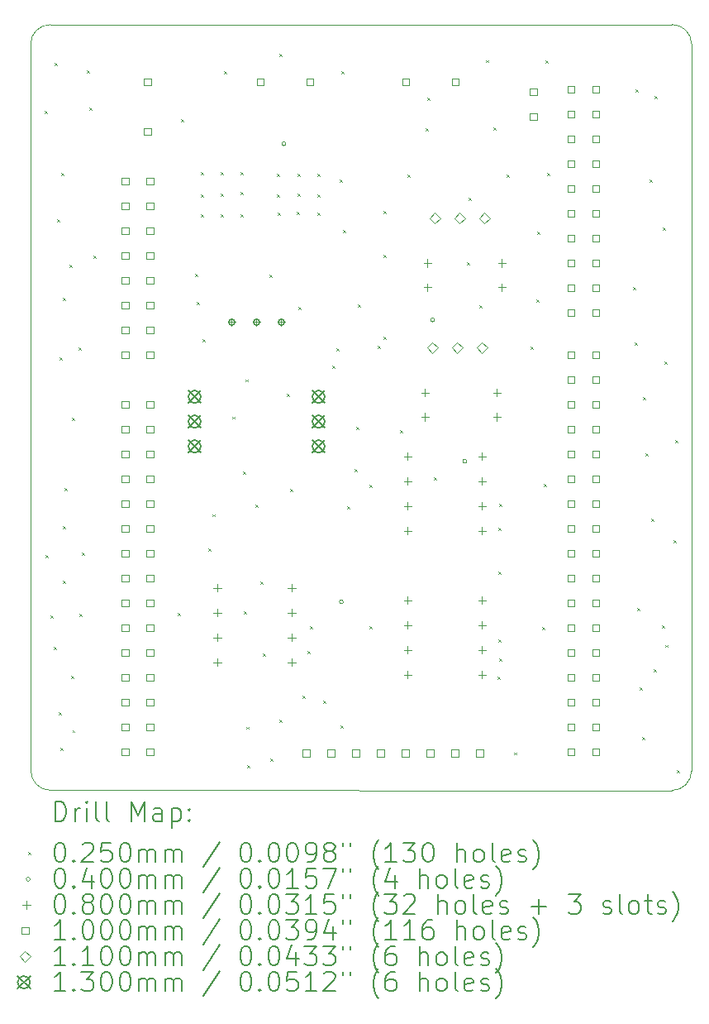
<source format=gbr>
%FSLAX45Y45*%
G04 Gerber Fmt 4.5, Leading zero omitted, Abs format (unit mm)*
G04 Created by KiCad (PCBNEW (6.0.2-0)) date 2022-07-28 16:30:47*
%MOMM*%
%LPD*%
G01*
G04 APERTURE LIST*
%TA.AperFunction,Profile*%
%ADD10C,0.100000*%
%TD*%
%ADD11C,0.200000*%
%ADD12C,0.025000*%
%ADD13C,0.040000*%
%ADD14C,0.080000*%
%ADD15C,0.100000*%
%ADD16C,0.110000*%
%ADD17C,0.130000*%
G04 APERTURE END LIST*
D10*
X19114000Y-11749803D02*
G75*
G03*
X19315200Y-11551400I1200J200003D01*
G01*
X19315200Y-4109994D02*
G75*
G03*
X19115200Y-3909994I-200000J0D01*
G01*
X12546000Y-11549800D02*
G75*
G03*
X12744600Y-11748400I198600J0D01*
G01*
X19115200Y-3909994D02*
X12744587Y-3911600D01*
X19315200Y-11551400D02*
X19315200Y-4109994D01*
X12744587Y-3911600D02*
G75*
G03*
X12544600Y-4109994I-1587J-198394D01*
G01*
X12544600Y-4109994D02*
X12546000Y-11549800D01*
X12744600Y-11748400D02*
X19114000Y-11749803D01*
D11*
D12*
X12691100Y-4791500D02*
X12716100Y-4816500D01*
X12716100Y-4791500D02*
X12691100Y-4816500D01*
X12696100Y-9344000D02*
X12721100Y-9369000D01*
X12721100Y-9344000D02*
X12696100Y-9369000D01*
X12743600Y-9956500D02*
X12768600Y-9981500D01*
X12768600Y-9956500D02*
X12743600Y-9981500D01*
X12781100Y-10279000D02*
X12806100Y-10304000D01*
X12806100Y-10279000D02*
X12781100Y-10304000D01*
X12788600Y-4306500D02*
X12813600Y-4331500D01*
X12813600Y-4306500D02*
X12788600Y-4331500D01*
X12814500Y-5905700D02*
X12839500Y-5930700D01*
X12839500Y-5905700D02*
X12814500Y-5930700D01*
X12828600Y-10951500D02*
X12853600Y-10976500D01*
X12853600Y-10951500D02*
X12828600Y-10976500D01*
X12843600Y-7314000D02*
X12868600Y-7339000D01*
X12868600Y-7314000D02*
X12843600Y-7339000D01*
X12851100Y-11311500D02*
X12876100Y-11336500D01*
X12876100Y-11311500D02*
X12851100Y-11336500D01*
X12856100Y-5429000D02*
X12881100Y-5454000D01*
X12881100Y-5429000D02*
X12856100Y-5454000D01*
X12871100Y-6704000D02*
X12896100Y-6729000D01*
X12896100Y-6704000D02*
X12871100Y-6729000D01*
X12876100Y-9044000D02*
X12901100Y-9069000D01*
X12901100Y-9044000D02*
X12876100Y-9069000D01*
X12876100Y-9606500D02*
X12901100Y-9631500D01*
X12901100Y-9606500D02*
X12876100Y-9631500D01*
X12888600Y-8659000D02*
X12913600Y-8684000D01*
X12913600Y-8659000D02*
X12888600Y-8684000D01*
X12941100Y-6371500D02*
X12966100Y-6396500D01*
X12966100Y-6371500D02*
X12941100Y-6396500D01*
X12961100Y-10579000D02*
X12986100Y-10604000D01*
X12986100Y-10579000D02*
X12961100Y-10604000D01*
X12966900Y-7937700D02*
X12991900Y-7962700D01*
X12991900Y-7937700D02*
X12966900Y-7962700D01*
X12971100Y-11131500D02*
X12996100Y-11156500D01*
X12996100Y-11131500D02*
X12971100Y-11156500D01*
X13036100Y-7216500D02*
X13061100Y-7241500D01*
X13061100Y-7216500D02*
X13036100Y-7241500D01*
X13043600Y-9944000D02*
X13068600Y-9969000D01*
X13068600Y-9944000D02*
X13043600Y-9969000D01*
X13068600Y-9319000D02*
X13093600Y-9344000D01*
X13093600Y-9319000D02*
X13068600Y-9344000D01*
X13121100Y-4376500D02*
X13146100Y-4401500D01*
X13146100Y-4376500D02*
X13121100Y-4401500D01*
X13148600Y-4764000D02*
X13173600Y-4789000D01*
X13173600Y-4764000D02*
X13148600Y-4789000D01*
X13188600Y-6274000D02*
X13213600Y-6299000D01*
X13213600Y-6274000D02*
X13188600Y-6299000D01*
X14052200Y-9932800D02*
X14077200Y-9957800D01*
X14077200Y-9932800D02*
X14052200Y-9957800D01*
X14086500Y-4882500D02*
X14111500Y-4907500D01*
X14111500Y-4882500D02*
X14086500Y-4907500D01*
X14225000Y-6462500D02*
X14250000Y-6487500D01*
X14250000Y-6462500D02*
X14225000Y-6487500D01*
X14247500Y-6746500D02*
X14272500Y-6771500D01*
X14272500Y-6746500D02*
X14247500Y-6771500D01*
X14287700Y-5423100D02*
X14312700Y-5448100D01*
X14312700Y-5423100D02*
X14287700Y-5448100D01*
X14287700Y-5651700D02*
X14312700Y-5676700D01*
X14312700Y-5651700D02*
X14287700Y-5676700D01*
X14287700Y-5854900D02*
X14312700Y-5879900D01*
X14312700Y-5854900D02*
X14287700Y-5879900D01*
X14301500Y-7127500D02*
X14326500Y-7152500D01*
X14326500Y-7127500D02*
X14301500Y-7152500D01*
X14361500Y-9270500D02*
X14386500Y-9295500D01*
X14386500Y-9270500D02*
X14361500Y-9295500D01*
X14407500Y-8921500D02*
X14432500Y-8946500D01*
X14432500Y-8921500D02*
X14407500Y-8946500D01*
X14490900Y-5423100D02*
X14515900Y-5448100D01*
X14515900Y-5423100D02*
X14490900Y-5448100D01*
X14491000Y-5641400D02*
X14516000Y-5666400D01*
X14516000Y-5641400D02*
X14491000Y-5666400D01*
X14491000Y-5851400D02*
X14516000Y-5876400D01*
X14516000Y-5851400D02*
X14491000Y-5876400D01*
X14523500Y-4391500D02*
X14548500Y-4416500D01*
X14548500Y-4391500D02*
X14523500Y-4416500D01*
X14609500Y-7922500D02*
X14634500Y-7947500D01*
X14634500Y-7922500D02*
X14609500Y-7947500D01*
X14694100Y-5423100D02*
X14719100Y-5448100D01*
X14719100Y-5423100D02*
X14694100Y-5448100D01*
X14694100Y-5626300D02*
X14719100Y-5651300D01*
X14719100Y-5626300D02*
X14694100Y-5651300D01*
X14694100Y-5849500D02*
X14719100Y-5874500D01*
X14719100Y-5849500D02*
X14694100Y-5874500D01*
X14716500Y-8485500D02*
X14741500Y-8510500D01*
X14741500Y-8485500D02*
X14716500Y-8510500D01*
X14730500Y-9918500D02*
X14755500Y-9943500D01*
X14755500Y-9918500D02*
X14730500Y-9943500D01*
X14742500Y-7541500D02*
X14767500Y-7566500D01*
X14767500Y-7541500D02*
X14742500Y-7566500D01*
X14755000Y-11097500D02*
X14780000Y-11122500D01*
X14780000Y-11097500D02*
X14755000Y-11122500D01*
X14765725Y-11491100D02*
X14790725Y-11516100D01*
X14790725Y-11491100D02*
X14765725Y-11516100D01*
X14846500Y-8826700D02*
X14871500Y-8851700D01*
X14871500Y-8826700D02*
X14846500Y-8851700D01*
X14897300Y-9614100D02*
X14922300Y-9639100D01*
X14922300Y-9614100D02*
X14897300Y-9639100D01*
X14922700Y-10350700D02*
X14947700Y-10375700D01*
X14947700Y-10350700D02*
X14922700Y-10375700D01*
X14992500Y-6470000D02*
X15017500Y-6495000D01*
X15017500Y-6470000D02*
X14992500Y-6495000D01*
X14996500Y-11420500D02*
X15021500Y-11445500D01*
X15021500Y-11420500D02*
X14996500Y-11445500D01*
X15063500Y-5436500D02*
X15088500Y-5461500D01*
X15088500Y-5436500D02*
X15063500Y-5461500D01*
X15066500Y-5652500D02*
X15091500Y-5677500D01*
X15091500Y-5652500D02*
X15066500Y-5677500D01*
X15078500Y-5837500D02*
X15103500Y-5862500D01*
X15103500Y-5837500D02*
X15078500Y-5862500D01*
X15089500Y-4213500D02*
X15114500Y-4238500D01*
X15114500Y-4213500D02*
X15089500Y-4238500D01*
X15090500Y-11029500D02*
X15115500Y-11054500D01*
X15115500Y-11029500D02*
X15090500Y-11054500D01*
X15167500Y-7693500D02*
X15192500Y-7718500D01*
X15192500Y-7693500D02*
X15167500Y-7718500D01*
X15198500Y-8666500D02*
X15223500Y-8691500D01*
X15223500Y-8666500D02*
X15198500Y-8691500D01*
X15267500Y-5828500D02*
X15292500Y-5853500D01*
X15292500Y-5828500D02*
X15267500Y-5853500D01*
X15278400Y-5440600D02*
X15303400Y-5465600D01*
X15303400Y-5440600D02*
X15278400Y-5465600D01*
X15278400Y-5641400D02*
X15303400Y-5666400D01*
X15303400Y-5641400D02*
X15278400Y-5666400D01*
X15287500Y-6800500D02*
X15312500Y-6825500D01*
X15312500Y-6800500D02*
X15287500Y-6825500D01*
X15329100Y-10782500D02*
X15354100Y-10807500D01*
X15354100Y-10782500D02*
X15329100Y-10807500D01*
X15379900Y-10325300D02*
X15404900Y-10350300D01*
X15404900Y-10325300D02*
X15379900Y-10350300D01*
X15405300Y-10071300D02*
X15430300Y-10096300D01*
X15430300Y-10071300D02*
X15405300Y-10096300D01*
X15481500Y-5651700D02*
X15506500Y-5676700D01*
X15506500Y-5651700D02*
X15481500Y-5676700D01*
X15482500Y-5439500D02*
X15507500Y-5464500D01*
X15507500Y-5439500D02*
X15482500Y-5464500D01*
X15482500Y-5837500D02*
X15507500Y-5862500D01*
X15507500Y-5837500D02*
X15482500Y-5862500D01*
X15538500Y-10831500D02*
X15563500Y-10856500D01*
X15563500Y-10831500D02*
X15538500Y-10856500D01*
X15630500Y-7405500D02*
X15655500Y-7430500D01*
X15655500Y-7405500D02*
X15630500Y-7430500D01*
X15677500Y-7222500D02*
X15702500Y-7247500D01*
X15702500Y-7222500D02*
X15677500Y-7247500D01*
X15712500Y-5500000D02*
X15737500Y-5525000D01*
X15737500Y-5500000D02*
X15712500Y-5525000D01*
X15721500Y-11087500D02*
X15746500Y-11112500D01*
X15746500Y-11087500D02*
X15721500Y-11112500D01*
X15725500Y-4391500D02*
X15750500Y-4416500D01*
X15750500Y-4391500D02*
X15725500Y-4416500D01*
X15747500Y-6015500D02*
X15772500Y-6040500D01*
X15772500Y-6015500D02*
X15747500Y-6040500D01*
X15782500Y-8841500D02*
X15807500Y-8866500D01*
X15807500Y-8841500D02*
X15782500Y-8866500D01*
X15860000Y-8460000D02*
X15885000Y-8485000D01*
X15885000Y-8460000D02*
X15860000Y-8485000D01*
X15882500Y-8030500D02*
X15907500Y-8055500D01*
X15907500Y-8030500D02*
X15882500Y-8055500D01*
X15898500Y-6775500D02*
X15923500Y-6800500D01*
X15923500Y-6775500D02*
X15898500Y-6800500D01*
X16015000Y-10067500D02*
X16040000Y-10092500D01*
X16040000Y-10067500D02*
X16015000Y-10092500D01*
X16017581Y-8618919D02*
X16042581Y-8643919D01*
X16042581Y-8618919D02*
X16017581Y-8643919D01*
X16100500Y-7202500D02*
X16125500Y-7227500D01*
X16125500Y-7202500D02*
X16100500Y-7227500D01*
X16157500Y-5815500D02*
X16182500Y-5840500D01*
X16182500Y-5815500D02*
X16157500Y-5840500D01*
X16162500Y-6268500D02*
X16187500Y-6293500D01*
X16187500Y-6268500D02*
X16162500Y-6293500D01*
X16162500Y-7102500D02*
X16187500Y-7127500D01*
X16187500Y-7102500D02*
X16162500Y-7127500D01*
X16325500Y-8063500D02*
X16350500Y-8088500D01*
X16350500Y-8063500D02*
X16325500Y-8088500D01*
X16405500Y-5443500D02*
X16430500Y-5468500D01*
X16430500Y-5443500D02*
X16405500Y-5468500D01*
X16594500Y-4968500D02*
X16619500Y-4993500D01*
X16619500Y-4968500D02*
X16594500Y-4993500D01*
X16605500Y-4656500D02*
X16630500Y-4681500D01*
X16630500Y-4656500D02*
X16605500Y-4681500D01*
X16672500Y-8547500D02*
X16697500Y-8572500D01*
X16697500Y-8547500D02*
X16672500Y-8572500D01*
X17017500Y-6340000D02*
X17042500Y-6365000D01*
X17042500Y-6340000D02*
X17017500Y-6365000D01*
X17031500Y-5686500D02*
X17056500Y-5711500D01*
X17056500Y-5686500D02*
X17031500Y-5711500D01*
X17138500Y-6786500D02*
X17163500Y-6811500D01*
X17163500Y-6786500D02*
X17138500Y-6811500D01*
X17209500Y-4273500D02*
X17234500Y-4298500D01*
X17234500Y-4273500D02*
X17209500Y-4298500D01*
X17284900Y-4965900D02*
X17309900Y-4990900D01*
X17309900Y-4965900D02*
X17284900Y-4990900D01*
X17330000Y-10582500D02*
X17355000Y-10607500D01*
X17355000Y-10582500D02*
X17330000Y-10607500D01*
X17332500Y-9057500D02*
X17357500Y-9082500D01*
X17357500Y-9057500D02*
X17332500Y-9082500D01*
X17332500Y-10207500D02*
X17357500Y-10232500D01*
X17357500Y-10207500D02*
X17332500Y-10232500D01*
X17335700Y-9512500D02*
X17360700Y-9537500D01*
X17360700Y-9512500D02*
X17335700Y-9537500D01*
X17342500Y-8812500D02*
X17367500Y-8837500D01*
X17367500Y-8812500D02*
X17342500Y-8837500D01*
X17342500Y-10400000D02*
X17367500Y-10425000D01*
X17367500Y-10400000D02*
X17342500Y-10425000D01*
X17419500Y-5448500D02*
X17444500Y-5473500D01*
X17444500Y-5448500D02*
X17419500Y-5473500D01*
X17497500Y-11360000D02*
X17522500Y-11385000D01*
X17522500Y-11360000D02*
X17497500Y-11385000D01*
X17667500Y-7207500D02*
X17692500Y-7232500D01*
X17692500Y-7207500D02*
X17667500Y-7232500D01*
X17726500Y-6721500D02*
X17751500Y-6746500D01*
X17751500Y-6721500D02*
X17726500Y-6746500D01*
X17732500Y-6031500D02*
X17757500Y-6056500D01*
X17757500Y-6031500D02*
X17732500Y-6056500D01*
X17782500Y-10075000D02*
X17807500Y-10100000D01*
X17807500Y-10075000D02*
X17782500Y-10100000D01*
X17800000Y-8610000D02*
X17825000Y-8635000D01*
X17825000Y-8610000D02*
X17800000Y-8635000D01*
X17818300Y-4280100D02*
X17843300Y-4305100D01*
X17843300Y-4280100D02*
X17818300Y-4305100D01*
X17834500Y-5432500D02*
X17859500Y-5457500D01*
X17859500Y-5432500D02*
X17834500Y-5457500D01*
X18716100Y-6594000D02*
X18741100Y-6619000D01*
X18741100Y-6594000D02*
X18716100Y-6619000D01*
X18731100Y-7161500D02*
X18756100Y-7186500D01*
X18756100Y-7161500D02*
X18731100Y-7186500D01*
X18743600Y-4571500D02*
X18768600Y-4596500D01*
X18768600Y-4571500D02*
X18743600Y-4596500D01*
X18758600Y-9884000D02*
X18783600Y-9909000D01*
X18783600Y-9884000D02*
X18758600Y-9909000D01*
X18783600Y-10699000D02*
X18808600Y-10724000D01*
X18808600Y-10699000D02*
X18783600Y-10724000D01*
X18806100Y-11204000D02*
X18831100Y-11229000D01*
X18831100Y-11204000D02*
X18806100Y-11229000D01*
X18818600Y-7721500D02*
X18843600Y-7746500D01*
X18843600Y-7721500D02*
X18818600Y-7746500D01*
X18843600Y-8299000D02*
X18868600Y-8324000D01*
X18868600Y-8299000D02*
X18843600Y-8324000D01*
X18885100Y-5499300D02*
X18910100Y-5524300D01*
X18910100Y-5499300D02*
X18885100Y-5524300D01*
X18903600Y-8971500D02*
X18928600Y-8996500D01*
X18928600Y-8971500D02*
X18903600Y-8996500D01*
X18926100Y-10506500D02*
X18951100Y-10531500D01*
X18951100Y-10506500D02*
X18926100Y-10531500D01*
X18938600Y-4639000D02*
X18963600Y-4664000D01*
X18963600Y-4639000D02*
X18938600Y-4664000D01*
X19011100Y-10064000D02*
X19036100Y-10089000D01*
X19036100Y-10064000D02*
X19011100Y-10089000D01*
X19021100Y-5984000D02*
X19046100Y-6009000D01*
X19046100Y-5984000D02*
X19021100Y-6009000D01*
X19033600Y-7361500D02*
X19058600Y-7386500D01*
X19058600Y-7361500D02*
X19033600Y-7386500D01*
X19048500Y-10259500D02*
X19073500Y-10284500D01*
X19073500Y-10259500D02*
X19048500Y-10284500D01*
X19131100Y-9186500D02*
X19156100Y-9211500D01*
X19156100Y-9186500D02*
X19131100Y-9211500D01*
X19143600Y-8166500D02*
X19168600Y-8191500D01*
X19168600Y-8166500D02*
X19143600Y-8191500D01*
X19164500Y-11544500D02*
X19189500Y-11569500D01*
X19189500Y-11544500D02*
X19164500Y-11569500D01*
D13*
X15158400Y-5130800D02*
G75*
G03*
X15158400Y-5130800I-20000J0D01*
G01*
X15747500Y-9820000D02*
G75*
G03*
X15747500Y-9820000I-20000J0D01*
G01*
X16682400Y-6934200D02*
G75*
G03*
X16682400Y-6934200I-20000J0D01*
G01*
X17012500Y-8380000D02*
G75*
G03*
X17012500Y-8380000I-20000J0D01*
G01*
D14*
X14457900Y-9636400D02*
X14457900Y-9716400D01*
X14417900Y-9676400D02*
X14497900Y-9676400D01*
X14457900Y-9890400D02*
X14457900Y-9970400D01*
X14417900Y-9930400D02*
X14497900Y-9930400D01*
X14457900Y-10144400D02*
X14457900Y-10224400D01*
X14417900Y-10184400D02*
X14497900Y-10184400D01*
X14457900Y-10398400D02*
X14457900Y-10478400D01*
X14417900Y-10438400D02*
X14497900Y-10438400D01*
X14605000Y-6916600D02*
X14605000Y-6996600D01*
X14565000Y-6956600D02*
X14645000Y-6956600D01*
D11*
X14605000Y-6926600D02*
X14605000Y-6926600D01*
X14605000Y-6986600D02*
X14605000Y-6986600D01*
X14605000Y-6926600D02*
G75*
G03*
X14605000Y-6986600I0J-30000D01*
G01*
X14605000Y-6986600D02*
G75*
G03*
X14605000Y-6926600I0J30000D01*
G01*
D14*
X14859000Y-6916600D02*
X14859000Y-6996600D01*
X14819000Y-6956600D02*
X14899000Y-6956600D01*
D11*
X14859000Y-6926600D02*
X14859000Y-6926600D01*
X14859000Y-6986600D02*
X14859000Y-6986600D01*
X14859000Y-6926600D02*
G75*
G03*
X14859000Y-6986600I0J-30000D01*
G01*
X14859000Y-6986600D02*
G75*
G03*
X14859000Y-6926600I0J30000D01*
G01*
D14*
X15113000Y-6916600D02*
X15113000Y-6996600D01*
X15073000Y-6956600D02*
X15153000Y-6956600D01*
D11*
X15113000Y-6926600D02*
X15113000Y-6926600D01*
X15113000Y-6986600D02*
X15113000Y-6986600D01*
X15113000Y-6926600D02*
G75*
G03*
X15113000Y-6986600I0J-30000D01*
G01*
X15113000Y-6986600D02*
G75*
G03*
X15113000Y-6926600I0J30000D01*
G01*
D14*
X15219900Y-9636400D02*
X15219900Y-9716400D01*
X15179900Y-9676400D02*
X15259900Y-9676400D01*
X15219900Y-9890400D02*
X15219900Y-9970400D01*
X15179900Y-9930400D02*
X15259900Y-9930400D01*
X15219900Y-10144400D02*
X15219900Y-10224400D01*
X15179900Y-10184400D02*
X15259900Y-10184400D01*
X15219900Y-10398400D02*
X15219900Y-10478400D01*
X15179900Y-10438400D02*
X15259900Y-10438400D01*
X16407400Y-8290200D02*
X16407400Y-8370200D01*
X16367400Y-8330200D02*
X16447400Y-8330200D01*
X16407400Y-8544200D02*
X16407400Y-8624200D01*
X16367400Y-8584200D02*
X16447400Y-8584200D01*
X16407400Y-8798200D02*
X16407400Y-8878200D01*
X16367400Y-8838200D02*
X16447400Y-8838200D01*
X16407400Y-9052200D02*
X16407400Y-9132200D01*
X16367400Y-9092200D02*
X16447400Y-9092200D01*
X16407400Y-9763400D02*
X16407400Y-9843400D01*
X16367400Y-9803400D02*
X16447400Y-9803400D01*
X16407400Y-10017400D02*
X16407400Y-10097400D01*
X16367400Y-10057400D02*
X16447400Y-10057400D01*
X16407400Y-10271400D02*
X16407400Y-10351400D01*
X16367400Y-10311400D02*
X16447400Y-10311400D01*
X16407400Y-10525400D02*
X16407400Y-10605400D01*
X16367400Y-10565400D02*
X16447400Y-10565400D01*
X16586200Y-7637289D02*
X16586200Y-7717289D01*
X16546200Y-7677289D02*
X16626200Y-7677289D01*
X16586200Y-7887289D02*
X16586200Y-7967289D01*
X16546200Y-7927289D02*
X16626200Y-7927289D01*
X16611600Y-6310000D02*
X16611600Y-6390000D01*
X16571600Y-6350000D02*
X16651600Y-6350000D01*
X16611600Y-6560000D02*
X16611600Y-6640000D01*
X16571600Y-6600000D02*
X16651600Y-6600000D01*
X17169400Y-8290200D02*
X17169400Y-8370200D01*
X17129400Y-8330200D02*
X17209400Y-8330200D01*
X17169400Y-8544200D02*
X17169400Y-8624200D01*
X17129400Y-8584200D02*
X17209400Y-8584200D01*
X17169400Y-8798200D02*
X17169400Y-8878200D01*
X17129400Y-8838200D02*
X17209400Y-8838200D01*
X17169400Y-9052200D02*
X17169400Y-9132200D01*
X17129400Y-9092200D02*
X17209400Y-9092200D01*
X17169400Y-9763400D02*
X17169400Y-9843400D01*
X17129400Y-9803400D02*
X17209400Y-9803400D01*
X17169400Y-10017400D02*
X17169400Y-10097400D01*
X17129400Y-10057400D02*
X17209400Y-10057400D01*
X17169400Y-10271400D02*
X17169400Y-10351400D01*
X17129400Y-10311400D02*
X17209400Y-10311400D01*
X17169400Y-10525400D02*
X17169400Y-10605400D01*
X17129400Y-10565400D02*
X17209400Y-10565400D01*
X17322800Y-7637289D02*
X17322800Y-7717289D01*
X17282800Y-7677289D02*
X17362800Y-7677289D01*
X17322800Y-7887289D02*
X17322800Y-7967289D01*
X17282800Y-7927289D02*
X17362800Y-7927289D01*
X17373600Y-6310000D02*
X17373600Y-6390000D01*
X17333600Y-6350000D02*
X17413600Y-6350000D01*
X17373600Y-6560000D02*
X17373600Y-6640000D01*
X17333600Y-6600000D02*
X17413600Y-6600000D01*
D15*
X13548156Y-5546656D02*
X13548156Y-5475944D01*
X13477444Y-5475944D01*
X13477444Y-5546656D01*
X13548156Y-5546656D01*
X13548156Y-5800656D02*
X13548156Y-5729944D01*
X13477444Y-5729944D01*
X13477444Y-5800656D01*
X13548156Y-5800656D01*
X13548156Y-6054656D02*
X13548156Y-5983944D01*
X13477444Y-5983944D01*
X13477444Y-6054656D01*
X13548156Y-6054656D01*
X13548156Y-6308656D02*
X13548156Y-6237944D01*
X13477444Y-6237944D01*
X13477444Y-6308656D01*
X13548156Y-6308656D01*
X13548156Y-6562656D02*
X13548156Y-6491944D01*
X13477444Y-6491944D01*
X13477444Y-6562656D01*
X13548156Y-6562656D01*
X13548156Y-6816656D02*
X13548156Y-6745944D01*
X13477444Y-6745944D01*
X13477444Y-6816656D01*
X13548156Y-6816656D01*
X13548156Y-7070656D02*
X13548156Y-6999944D01*
X13477444Y-6999944D01*
X13477444Y-7070656D01*
X13548156Y-7070656D01*
X13548156Y-7324656D02*
X13548156Y-7253944D01*
X13477444Y-7253944D01*
X13477444Y-7324656D01*
X13548156Y-7324656D01*
X13548656Y-7832656D02*
X13548656Y-7761944D01*
X13477944Y-7761944D01*
X13477944Y-7832656D01*
X13548656Y-7832656D01*
X13548656Y-8086656D02*
X13548656Y-8015944D01*
X13477944Y-8015944D01*
X13477944Y-8086656D01*
X13548656Y-8086656D01*
X13548656Y-8340656D02*
X13548656Y-8269944D01*
X13477944Y-8269944D01*
X13477944Y-8340656D01*
X13548656Y-8340656D01*
X13548656Y-8594656D02*
X13548656Y-8523944D01*
X13477944Y-8523944D01*
X13477944Y-8594656D01*
X13548656Y-8594656D01*
X13548656Y-8848656D02*
X13548656Y-8777944D01*
X13477944Y-8777944D01*
X13477944Y-8848656D01*
X13548656Y-8848656D01*
X13548656Y-9102656D02*
X13548656Y-9031944D01*
X13477944Y-9031944D01*
X13477944Y-9102656D01*
X13548656Y-9102656D01*
X13548656Y-9356656D02*
X13548656Y-9285944D01*
X13477944Y-9285944D01*
X13477944Y-9356656D01*
X13548656Y-9356656D01*
X13548656Y-9610656D02*
X13548656Y-9539944D01*
X13477944Y-9539944D01*
X13477944Y-9610656D01*
X13548656Y-9610656D01*
X13548656Y-9864656D02*
X13548656Y-9793944D01*
X13477944Y-9793944D01*
X13477944Y-9864656D01*
X13548656Y-9864656D01*
X13548656Y-10118656D02*
X13548656Y-10047944D01*
X13477944Y-10047944D01*
X13477944Y-10118656D01*
X13548656Y-10118656D01*
X13548656Y-10372656D02*
X13548656Y-10301944D01*
X13477944Y-10301944D01*
X13477944Y-10372656D01*
X13548656Y-10372656D01*
X13548656Y-10626656D02*
X13548656Y-10555944D01*
X13477944Y-10555944D01*
X13477944Y-10626656D01*
X13548656Y-10626656D01*
X13548656Y-10880656D02*
X13548656Y-10809944D01*
X13477944Y-10809944D01*
X13477944Y-10880656D01*
X13548656Y-10880656D01*
X13548656Y-11134656D02*
X13548656Y-11063944D01*
X13477944Y-11063944D01*
X13477944Y-11134656D01*
X13548656Y-11134656D01*
X13548656Y-11388656D02*
X13548656Y-11317944D01*
X13477944Y-11317944D01*
X13477944Y-11388656D01*
X13548656Y-11388656D01*
X13776756Y-4531256D02*
X13776756Y-4460544D01*
X13706044Y-4460544D01*
X13706044Y-4531256D01*
X13776756Y-4531256D01*
X13776756Y-5039256D02*
X13776756Y-4968544D01*
X13706044Y-4968544D01*
X13706044Y-5039256D01*
X13776756Y-5039256D01*
X13802156Y-5546656D02*
X13802156Y-5475944D01*
X13731444Y-5475944D01*
X13731444Y-5546656D01*
X13802156Y-5546656D01*
X13802156Y-5800656D02*
X13802156Y-5729944D01*
X13731444Y-5729944D01*
X13731444Y-5800656D01*
X13802156Y-5800656D01*
X13802156Y-6054656D02*
X13802156Y-5983944D01*
X13731444Y-5983944D01*
X13731444Y-6054656D01*
X13802156Y-6054656D01*
X13802156Y-6308656D02*
X13802156Y-6237944D01*
X13731444Y-6237944D01*
X13731444Y-6308656D01*
X13802156Y-6308656D01*
X13802156Y-6562656D02*
X13802156Y-6491944D01*
X13731444Y-6491944D01*
X13731444Y-6562656D01*
X13802156Y-6562656D01*
X13802156Y-6816656D02*
X13802156Y-6745944D01*
X13731444Y-6745944D01*
X13731444Y-6816656D01*
X13802156Y-6816656D01*
X13802156Y-7070656D02*
X13802156Y-6999944D01*
X13731444Y-6999944D01*
X13731444Y-7070656D01*
X13802156Y-7070656D01*
X13802156Y-7324656D02*
X13802156Y-7253944D01*
X13731444Y-7253944D01*
X13731444Y-7324656D01*
X13802156Y-7324656D01*
X13802656Y-7832656D02*
X13802656Y-7761944D01*
X13731944Y-7761944D01*
X13731944Y-7832656D01*
X13802656Y-7832656D01*
X13802656Y-8086656D02*
X13802656Y-8015944D01*
X13731944Y-8015944D01*
X13731944Y-8086656D01*
X13802656Y-8086656D01*
X13802656Y-8340656D02*
X13802656Y-8269944D01*
X13731944Y-8269944D01*
X13731944Y-8340656D01*
X13802656Y-8340656D01*
X13802656Y-8594656D02*
X13802656Y-8523944D01*
X13731944Y-8523944D01*
X13731944Y-8594656D01*
X13802656Y-8594656D01*
X13802656Y-8848656D02*
X13802656Y-8777944D01*
X13731944Y-8777944D01*
X13731944Y-8848656D01*
X13802656Y-8848656D01*
X13802656Y-9102656D02*
X13802656Y-9031944D01*
X13731944Y-9031944D01*
X13731944Y-9102656D01*
X13802656Y-9102656D01*
X13802656Y-9356656D02*
X13802656Y-9285944D01*
X13731944Y-9285944D01*
X13731944Y-9356656D01*
X13802656Y-9356656D01*
X13802656Y-9610656D02*
X13802656Y-9539944D01*
X13731944Y-9539944D01*
X13731944Y-9610656D01*
X13802656Y-9610656D01*
X13802656Y-9864656D02*
X13802656Y-9793944D01*
X13731944Y-9793944D01*
X13731944Y-9864656D01*
X13802656Y-9864656D01*
X13802656Y-10118656D02*
X13802656Y-10047944D01*
X13731944Y-10047944D01*
X13731944Y-10118656D01*
X13802656Y-10118656D01*
X13802656Y-10372656D02*
X13802656Y-10301944D01*
X13731944Y-10301944D01*
X13731944Y-10372656D01*
X13802656Y-10372656D01*
X13802656Y-10626656D02*
X13802656Y-10555944D01*
X13731944Y-10555944D01*
X13731944Y-10626656D01*
X13802656Y-10626656D01*
X13802656Y-10880656D02*
X13802656Y-10809944D01*
X13731944Y-10809944D01*
X13731944Y-10880656D01*
X13802656Y-10880656D01*
X13802656Y-11134656D02*
X13802656Y-11063944D01*
X13731944Y-11063944D01*
X13731944Y-11134656D01*
X13802656Y-11134656D01*
X13802656Y-11388656D02*
X13802656Y-11317944D01*
X13731944Y-11317944D01*
X13731944Y-11388656D01*
X13802656Y-11388656D01*
X14934156Y-4531156D02*
X14934156Y-4460444D01*
X14863444Y-4460444D01*
X14863444Y-4531156D01*
X14934156Y-4531156D01*
X15401856Y-11405156D02*
X15401856Y-11334444D01*
X15331144Y-11334444D01*
X15331144Y-11405156D01*
X15401856Y-11405156D01*
X15442156Y-4531156D02*
X15442156Y-4460444D01*
X15371444Y-4460444D01*
X15371444Y-4531156D01*
X15442156Y-4531156D01*
X15655856Y-11405156D02*
X15655856Y-11334444D01*
X15585144Y-11334444D01*
X15585144Y-11405156D01*
X15655856Y-11405156D01*
X15909856Y-11405156D02*
X15909856Y-11334444D01*
X15839144Y-11334444D01*
X15839144Y-11405156D01*
X15909856Y-11405156D01*
X16163856Y-11405156D02*
X16163856Y-11334444D01*
X16093144Y-11334444D01*
X16093144Y-11405156D01*
X16163856Y-11405156D01*
X16417856Y-11405156D02*
X16417856Y-11334444D01*
X16347144Y-11334444D01*
X16347144Y-11405156D01*
X16417856Y-11405156D01*
X16424356Y-4531156D02*
X16424356Y-4460444D01*
X16353644Y-4460444D01*
X16353644Y-4531156D01*
X16424356Y-4531156D01*
X16671856Y-11405156D02*
X16671856Y-11334444D01*
X16601144Y-11334444D01*
X16601144Y-11405156D01*
X16671856Y-11405156D01*
X16925856Y-11405156D02*
X16925856Y-11334444D01*
X16855144Y-11334444D01*
X16855144Y-11405156D01*
X16925856Y-11405156D01*
X16932356Y-4531156D02*
X16932356Y-4460444D01*
X16861644Y-4460444D01*
X16861644Y-4531156D01*
X16932356Y-4531156D01*
X17179856Y-11405156D02*
X17179856Y-11334444D01*
X17109144Y-11334444D01*
X17109144Y-11405156D01*
X17179856Y-11405156D01*
X17731456Y-4633256D02*
X17731456Y-4562544D01*
X17660744Y-4562544D01*
X17660744Y-4633256D01*
X17731456Y-4633256D01*
X17731456Y-4887256D02*
X17731456Y-4816544D01*
X17660744Y-4816544D01*
X17660744Y-4887256D01*
X17731456Y-4887256D01*
X18116456Y-7324656D02*
X18116456Y-7253944D01*
X18045744Y-7253944D01*
X18045744Y-7324656D01*
X18116456Y-7324656D01*
X18116456Y-7578656D02*
X18116456Y-7507944D01*
X18045744Y-7507944D01*
X18045744Y-7578656D01*
X18116456Y-7578656D01*
X18116456Y-7832656D02*
X18116456Y-7761944D01*
X18045744Y-7761944D01*
X18045744Y-7832656D01*
X18116456Y-7832656D01*
X18116456Y-8086656D02*
X18116456Y-8015944D01*
X18045744Y-8015944D01*
X18045744Y-8086656D01*
X18116456Y-8086656D01*
X18116456Y-8340656D02*
X18116456Y-8269944D01*
X18045744Y-8269944D01*
X18045744Y-8340656D01*
X18116456Y-8340656D01*
X18116456Y-8594656D02*
X18116456Y-8523944D01*
X18045744Y-8523944D01*
X18045744Y-8594656D01*
X18116456Y-8594656D01*
X18116456Y-8848656D02*
X18116456Y-8777944D01*
X18045744Y-8777944D01*
X18045744Y-8848656D01*
X18116456Y-8848656D01*
X18116456Y-9102656D02*
X18116456Y-9031944D01*
X18045744Y-9031944D01*
X18045744Y-9102656D01*
X18116456Y-9102656D01*
X18116456Y-9356656D02*
X18116456Y-9285944D01*
X18045744Y-9285944D01*
X18045744Y-9356656D01*
X18116456Y-9356656D01*
X18116456Y-9610656D02*
X18116456Y-9539944D01*
X18045744Y-9539944D01*
X18045744Y-9610656D01*
X18116456Y-9610656D01*
X18116456Y-9864656D02*
X18116456Y-9793944D01*
X18045744Y-9793944D01*
X18045744Y-9864656D01*
X18116456Y-9864656D01*
X18116456Y-10118656D02*
X18116456Y-10047944D01*
X18045744Y-10047944D01*
X18045744Y-10118656D01*
X18116456Y-10118656D01*
X18116456Y-10372656D02*
X18116456Y-10301944D01*
X18045744Y-10301944D01*
X18045744Y-10372656D01*
X18116456Y-10372656D01*
X18116456Y-10626656D02*
X18116456Y-10555944D01*
X18045744Y-10555944D01*
X18045744Y-10626656D01*
X18116456Y-10626656D01*
X18116456Y-10880656D02*
X18116456Y-10809944D01*
X18045744Y-10809944D01*
X18045744Y-10880656D01*
X18116456Y-10880656D01*
X18116456Y-11134656D02*
X18116456Y-11063944D01*
X18045744Y-11063944D01*
X18045744Y-11134656D01*
X18116456Y-11134656D01*
X18116456Y-11388656D02*
X18116456Y-11317944D01*
X18045744Y-11317944D01*
X18045744Y-11388656D01*
X18116456Y-11388656D01*
X18117156Y-4607356D02*
X18117156Y-4536644D01*
X18046444Y-4536644D01*
X18046444Y-4607356D01*
X18117156Y-4607356D01*
X18117156Y-4861356D02*
X18117156Y-4790644D01*
X18046444Y-4790644D01*
X18046444Y-4861356D01*
X18117156Y-4861356D01*
X18117156Y-5115356D02*
X18117156Y-5044644D01*
X18046444Y-5044644D01*
X18046444Y-5115356D01*
X18117156Y-5115356D01*
X18117156Y-5369356D02*
X18117156Y-5298644D01*
X18046444Y-5298644D01*
X18046444Y-5369356D01*
X18117156Y-5369356D01*
X18117156Y-5623356D02*
X18117156Y-5552644D01*
X18046444Y-5552644D01*
X18046444Y-5623356D01*
X18117156Y-5623356D01*
X18117156Y-5877356D02*
X18117156Y-5806644D01*
X18046444Y-5806644D01*
X18046444Y-5877356D01*
X18117156Y-5877356D01*
X18117156Y-6131356D02*
X18117156Y-6060644D01*
X18046444Y-6060644D01*
X18046444Y-6131356D01*
X18117156Y-6131356D01*
X18117156Y-6385356D02*
X18117156Y-6314644D01*
X18046444Y-6314644D01*
X18046444Y-6385356D01*
X18117156Y-6385356D01*
X18117156Y-6639356D02*
X18117156Y-6568644D01*
X18046444Y-6568644D01*
X18046444Y-6639356D01*
X18117156Y-6639356D01*
X18117156Y-6893356D02*
X18117156Y-6822644D01*
X18046444Y-6822644D01*
X18046444Y-6893356D01*
X18117156Y-6893356D01*
X18370456Y-7324656D02*
X18370456Y-7253944D01*
X18299744Y-7253944D01*
X18299744Y-7324656D01*
X18370456Y-7324656D01*
X18370456Y-7578656D02*
X18370456Y-7507944D01*
X18299744Y-7507944D01*
X18299744Y-7578656D01*
X18370456Y-7578656D01*
X18370456Y-7832656D02*
X18370456Y-7761944D01*
X18299744Y-7761944D01*
X18299744Y-7832656D01*
X18370456Y-7832656D01*
X18370456Y-8086656D02*
X18370456Y-8015944D01*
X18299744Y-8015944D01*
X18299744Y-8086656D01*
X18370456Y-8086656D01*
X18370456Y-8340656D02*
X18370456Y-8269944D01*
X18299744Y-8269944D01*
X18299744Y-8340656D01*
X18370456Y-8340656D01*
X18370456Y-8594656D02*
X18370456Y-8523944D01*
X18299744Y-8523944D01*
X18299744Y-8594656D01*
X18370456Y-8594656D01*
X18370456Y-8848656D02*
X18370456Y-8777944D01*
X18299744Y-8777944D01*
X18299744Y-8848656D01*
X18370456Y-8848656D01*
X18370456Y-9102656D02*
X18370456Y-9031944D01*
X18299744Y-9031944D01*
X18299744Y-9102656D01*
X18370456Y-9102656D01*
X18370456Y-9356656D02*
X18370456Y-9285944D01*
X18299744Y-9285944D01*
X18299744Y-9356656D01*
X18370456Y-9356656D01*
X18370456Y-9610656D02*
X18370456Y-9539944D01*
X18299744Y-9539944D01*
X18299744Y-9610656D01*
X18370456Y-9610656D01*
X18370456Y-9864656D02*
X18370456Y-9793944D01*
X18299744Y-9793944D01*
X18299744Y-9864656D01*
X18370456Y-9864656D01*
X18370456Y-10118656D02*
X18370456Y-10047944D01*
X18299744Y-10047944D01*
X18299744Y-10118656D01*
X18370456Y-10118656D01*
X18370456Y-10372656D02*
X18370456Y-10301944D01*
X18299744Y-10301944D01*
X18299744Y-10372656D01*
X18370456Y-10372656D01*
X18370456Y-10626656D02*
X18370456Y-10555944D01*
X18299744Y-10555944D01*
X18299744Y-10626656D01*
X18370456Y-10626656D01*
X18370456Y-10880656D02*
X18370456Y-10809944D01*
X18299744Y-10809944D01*
X18299744Y-10880656D01*
X18370456Y-10880656D01*
X18370456Y-11134656D02*
X18370456Y-11063944D01*
X18299744Y-11063944D01*
X18299744Y-11134656D01*
X18370456Y-11134656D01*
X18370456Y-11388656D02*
X18370456Y-11317944D01*
X18299744Y-11317944D01*
X18299744Y-11388656D01*
X18370456Y-11388656D01*
X18371156Y-4607356D02*
X18371156Y-4536644D01*
X18300444Y-4536644D01*
X18300444Y-4607356D01*
X18371156Y-4607356D01*
X18371156Y-4861356D02*
X18371156Y-4790644D01*
X18300444Y-4790644D01*
X18300444Y-4861356D01*
X18371156Y-4861356D01*
X18371156Y-5115356D02*
X18371156Y-5044644D01*
X18300444Y-5044644D01*
X18300444Y-5115356D01*
X18371156Y-5115356D01*
X18371156Y-5369356D02*
X18371156Y-5298644D01*
X18300444Y-5298644D01*
X18300444Y-5369356D01*
X18371156Y-5369356D01*
X18371156Y-5623356D02*
X18371156Y-5552644D01*
X18300444Y-5552644D01*
X18300444Y-5623356D01*
X18371156Y-5623356D01*
X18371156Y-5877356D02*
X18371156Y-5806644D01*
X18300444Y-5806644D01*
X18300444Y-5877356D01*
X18371156Y-5877356D01*
X18371156Y-6131356D02*
X18371156Y-6060644D01*
X18300444Y-6060644D01*
X18300444Y-6131356D01*
X18371156Y-6131356D01*
X18371156Y-6385356D02*
X18371156Y-6314644D01*
X18300444Y-6314644D01*
X18300444Y-6385356D01*
X18371156Y-6385356D01*
X18371156Y-6639356D02*
X18371156Y-6568644D01*
X18300444Y-6568644D01*
X18300444Y-6639356D01*
X18371156Y-6639356D01*
X18371156Y-6893356D02*
X18371156Y-6822644D01*
X18300444Y-6822644D01*
X18300444Y-6893356D01*
X18371156Y-6893356D01*
D16*
X16662400Y-7271150D02*
X16717400Y-7216150D01*
X16662400Y-7161150D01*
X16607400Y-7216150D01*
X16662400Y-7271150D01*
X16687800Y-5947800D02*
X16742800Y-5892800D01*
X16687800Y-5837800D01*
X16632800Y-5892800D01*
X16687800Y-5947800D01*
X16916400Y-7271150D02*
X16971400Y-7216150D01*
X16916400Y-7161150D01*
X16861400Y-7216150D01*
X16916400Y-7271150D01*
X16941800Y-5947800D02*
X16996800Y-5892800D01*
X16941800Y-5837800D01*
X16886800Y-5892800D01*
X16941800Y-5947800D01*
X17170400Y-7271150D02*
X17225400Y-7216150D01*
X17170400Y-7161150D01*
X17115400Y-7216150D01*
X17170400Y-7271150D01*
X17195800Y-5947800D02*
X17250800Y-5892800D01*
X17195800Y-5837800D01*
X17140800Y-5892800D01*
X17195800Y-5947800D01*
D17*
X14159000Y-7656600D02*
X14289000Y-7786600D01*
X14289000Y-7656600D02*
X14159000Y-7786600D01*
X14289000Y-7721600D02*
G75*
G03*
X14289000Y-7721600I-65000J0D01*
G01*
X14159000Y-7910600D02*
X14289000Y-8040600D01*
X14289000Y-7910600D02*
X14159000Y-8040600D01*
X14289000Y-7975600D02*
G75*
G03*
X14289000Y-7975600I-65000J0D01*
G01*
X14159000Y-8164600D02*
X14289000Y-8294600D01*
X14289000Y-8164600D02*
X14159000Y-8294600D01*
X14289000Y-8229600D02*
G75*
G03*
X14289000Y-8229600I-65000J0D01*
G01*
X15429000Y-7656600D02*
X15559000Y-7786600D01*
X15559000Y-7656600D02*
X15429000Y-7786600D01*
X15559000Y-7721600D02*
G75*
G03*
X15559000Y-7721600I-65000J0D01*
G01*
X15429000Y-7910600D02*
X15559000Y-8040600D01*
X15559000Y-7910600D02*
X15429000Y-8040600D01*
X15559000Y-7975600D02*
G75*
G03*
X15559000Y-7975600I-65000J0D01*
G01*
X15429000Y-8164600D02*
X15559000Y-8294600D01*
X15559000Y-8164600D02*
X15429000Y-8294600D01*
X15559000Y-8229600D02*
G75*
G03*
X15559000Y-8229600I-65000J0D01*
G01*
D11*
X12797219Y-12065282D02*
X12797219Y-11865282D01*
X12844838Y-11865282D01*
X12873409Y-11874806D01*
X12892457Y-11893854D01*
X12901981Y-11912901D01*
X12911505Y-11950997D01*
X12911505Y-11979568D01*
X12901981Y-12017663D01*
X12892457Y-12036711D01*
X12873409Y-12055759D01*
X12844838Y-12065282D01*
X12797219Y-12065282D01*
X12997219Y-12065282D02*
X12997219Y-11931949D01*
X12997219Y-11970044D02*
X13006743Y-11950997D01*
X13016267Y-11941473D01*
X13035314Y-11931949D01*
X13054362Y-11931949D01*
X13121028Y-12065282D02*
X13121028Y-11931949D01*
X13121028Y-11865282D02*
X13111505Y-11874806D01*
X13121028Y-11884330D01*
X13130552Y-11874806D01*
X13121028Y-11865282D01*
X13121028Y-11884330D01*
X13244838Y-12065282D02*
X13225790Y-12055759D01*
X13216267Y-12036711D01*
X13216267Y-11865282D01*
X13349600Y-12065282D02*
X13330552Y-12055759D01*
X13321028Y-12036711D01*
X13321028Y-11865282D01*
X13578171Y-12065282D02*
X13578171Y-11865282D01*
X13644838Y-12008140D01*
X13711505Y-11865282D01*
X13711505Y-12065282D01*
X13892457Y-12065282D02*
X13892457Y-11960520D01*
X13882933Y-11941473D01*
X13863886Y-11931949D01*
X13825790Y-11931949D01*
X13806743Y-11941473D01*
X13892457Y-12055759D02*
X13873409Y-12065282D01*
X13825790Y-12065282D01*
X13806743Y-12055759D01*
X13797219Y-12036711D01*
X13797219Y-12017663D01*
X13806743Y-11998616D01*
X13825790Y-11989092D01*
X13873409Y-11989092D01*
X13892457Y-11979568D01*
X13987695Y-11931949D02*
X13987695Y-12131949D01*
X13987695Y-11941473D02*
X14006743Y-11931949D01*
X14044838Y-11931949D01*
X14063886Y-11941473D01*
X14073409Y-11950997D01*
X14082933Y-11970044D01*
X14082933Y-12027187D01*
X14073409Y-12046235D01*
X14063886Y-12055759D01*
X14044838Y-12065282D01*
X14006743Y-12065282D01*
X13987695Y-12055759D01*
X14168648Y-12046235D02*
X14178171Y-12055759D01*
X14168648Y-12065282D01*
X14159124Y-12055759D01*
X14168648Y-12046235D01*
X14168648Y-12065282D01*
X14168648Y-11941473D02*
X14178171Y-11950997D01*
X14168648Y-11960520D01*
X14159124Y-11950997D01*
X14168648Y-11941473D01*
X14168648Y-11960520D01*
D12*
X12514600Y-12382306D02*
X12539600Y-12407306D01*
X12539600Y-12382306D02*
X12514600Y-12407306D01*
D11*
X12835314Y-12285282D02*
X12854362Y-12285282D01*
X12873409Y-12294806D01*
X12882933Y-12304330D01*
X12892457Y-12323378D01*
X12901981Y-12361473D01*
X12901981Y-12409092D01*
X12892457Y-12447187D01*
X12882933Y-12466235D01*
X12873409Y-12475759D01*
X12854362Y-12485282D01*
X12835314Y-12485282D01*
X12816267Y-12475759D01*
X12806743Y-12466235D01*
X12797219Y-12447187D01*
X12787695Y-12409092D01*
X12787695Y-12361473D01*
X12797219Y-12323378D01*
X12806743Y-12304330D01*
X12816267Y-12294806D01*
X12835314Y-12285282D01*
X12987695Y-12466235D02*
X12997219Y-12475759D01*
X12987695Y-12485282D01*
X12978171Y-12475759D01*
X12987695Y-12466235D01*
X12987695Y-12485282D01*
X13073409Y-12304330D02*
X13082933Y-12294806D01*
X13101981Y-12285282D01*
X13149600Y-12285282D01*
X13168648Y-12294806D01*
X13178171Y-12304330D01*
X13187695Y-12323378D01*
X13187695Y-12342425D01*
X13178171Y-12370997D01*
X13063886Y-12485282D01*
X13187695Y-12485282D01*
X13368648Y-12285282D02*
X13273409Y-12285282D01*
X13263886Y-12380520D01*
X13273409Y-12370997D01*
X13292457Y-12361473D01*
X13340076Y-12361473D01*
X13359124Y-12370997D01*
X13368648Y-12380520D01*
X13378171Y-12399568D01*
X13378171Y-12447187D01*
X13368648Y-12466235D01*
X13359124Y-12475759D01*
X13340076Y-12485282D01*
X13292457Y-12485282D01*
X13273409Y-12475759D01*
X13263886Y-12466235D01*
X13501981Y-12285282D02*
X13521028Y-12285282D01*
X13540076Y-12294806D01*
X13549600Y-12304330D01*
X13559124Y-12323378D01*
X13568648Y-12361473D01*
X13568648Y-12409092D01*
X13559124Y-12447187D01*
X13549600Y-12466235D01*
X13540076Y-12475759D01*
X13521028Y-12485282D01*
X13501981Y-12485282D01*
X13482933Y-12475759D01*
X13473409Y-12466235D01*
X13463886Y-12447187D01*
X13454362Y-12409092D01*
X13454362Y-12361473D01*
X13463886Y-12323378D01*
X13473409Y-12304330D01*
X13482933Y-12294806D01*
X13501981Y-12285282D01*
X13654362Y-12485282D02*
X13654362Y-12351949D01*
X13654362Y-12370997D02*
X13663886Y-12361473D01*
X13682933Y-12351949D01*
X13711505Y-12351949D01*
X13730552Y-12361473D01*
X13740076Y-12380520D01*
X13740076Y-12485282D01*
X13740076Y-12380520D02*
X13749600Y-12361473D01*
X13768648Y-12351949D01*
X13797219Y-12351949D01*
X13816267Y-12361473D01*
X13825790Y-12380520D01*
X13825790Y-12485282D01*
X13921028Y-12485282D02*
X13921028Y-12351949D01*
X13921028Y-12370997D02*
X13930552Y-12361473D01*
X13949600Y-12351949D01*
X13978171Y-12351949D01*
X13997219Y-12361473D01*
X14006743Y-12380520D01*
X14006743Y-12485282D01*
X14006743Y-12380520D02*
X14016267Y-12361473D01*
X14035314Y-12351949D01*
X14063886Y-12351949D01*
X14082933Y-12361473D01*
X14092457Y-12380520D01*
X14092457Y-12485282D01*
X14482933Y-12275759D02*
X14311505Y-12532901D01*
X14740076Y-12285282D02*
X14759124Y-12285282D01*
X14778171Y-12294806D01*
X14787695Y-12304330D01*
X14797219Y-12323378D01*
X14806743Y-12361473D01*
X14806743Y-12409092D01*
X14797219Y-12447187D01*
X14787695Y-12466235D01*
X14778171Y-12475759D01*
X14759124Y-12485282D01*
X14740076Y-12485282D01*
X14721028Y-12475759D01*
X14711505Y-12466235D01*
X14701981Y-12447187D01*
X14692457Y-12409092D01*
X14692457Y-12361473D01*
X14701981Y-12323378D01*
X14711505Y-12304330D01*
X14721028Y-12294806D01*
X14740076Y-12285282D01*
X14892457Y-12466235D02*
X14901981Y-12475759D01*
X14892457Y-12485282D01*
X14882933Y-12475759D01*
X14892457Y-12466235D01*
X14892457Y-12485282D01*
X15025790Y-12285282D02*
X15044838Y-12285282D01*
X15063886Y-12294806D01*
X15073409Y-12304330D01*
X15082933Y-12323378D01*
X15092457Y-12361473D01*
X15092457Y-12409092D01*
X15082933Y-12447187D01*
X15073409Y-12466235D01*
X15063886Y-12475759D01*
X15044838Y-12485282D01*
X15025790Y-12485282D01*
X15006743Y-12475759D01*
X14997219Y-12466235D01*
X14987695Y-12447187D01*
X14978171Y-12409092D01*
X14978171Y-12361473D01*
X14987695Y-12323378D01*
X14997219Y-12304330D01*
X15006743Y-12294806D01*
X15025790Y-12285282D01*
X15216267Y-12285282D02*
X15235314Y-12285282D01*
X15254362Y-12294806D01*
X15263886Y-12304330D01*
X15273409Y-12323378D01*
X15282933Y-12361473D01*
X15282933Y-12409092D01*
X15273409Y-12447187D01*
X15263886Y-12466235D01*
X15254362Y-12475759D01*
X15235314Y-12485282D01*
X15216267Y-12485282D01*
X15197219Y-12475759D01*
X15187695Y-12466235D01*
X15178171Y-12447187D01*
X15168648Y-12409092D01*
X15168648Y-12361473D01*
X15178171Y-12323378D01*
X15187695Y-12304330D01*
X15197219Y-12294806D01*
X15216267Y-12285282D01*
X15378171Y-12485282D02*
X15416267Y-12485282D01*
X15435314Y-12475759D01*
X15444838Y-12466235D01*
X15463886Y-12437663D01*
X15473409Y-12399568D01*
X15473409Y-12323378D01*
X15463886Y-12304330D01*
X15454362Y-12294806D01*
X15435314Y-12285282D01*
X15397219Y-12285282D01*
X15378171Y-12294806D01*
X15368648Y-12304330D01*
X15359124Y-12323378D01*
X15359124Y-12370997D01*
X15368648Y-12390044D01*
X15378171Y-12399568D01*
X15397219Y-12409092D01*
X15435314Y-12409092D01*
X15454362Y-12399568D01*
X15463886Y-12390044D01*
X15473409Y-12370997D01*
X15587695Y-12370997D02*
X15568648Y-12361473D01*
X15559124Y-12351949D01*
X15549600Y-12332901D01*
X15549600Y-12323378D01*
X15559124Y-12304330D01*
X15568648Y-12294806D01*
X15587695Y-12285282D01*
X15625790Y-12285282D01*
X15644838Y-12294806D01*
X15654362Y-12304330D01*
X15663886Y-12323378D01*
X15663886Y-12332901D01*
X15654362Y-12351949D01*
X15644838Y-12361473D01*
X15625790Y-12370997D01*
X15587695Y-12370997D01*
X15568648Y-12380520D01*
X15559124Y-12390044D01*
X15549600Y-12409092D01*
X15549600Y-12447187D01*
X15559124Y-12466235D01*
X15568648Y-12475759D01*
X15587695Y-12485282D01*
X15625790Y-12485282D01*
X15644838Y-12475759D01*
X15654362Y-12466235D01*
X15663886Y-12447187D01*
X15663886Y-12409092D01*
X15654362Y-12390044D01*
X15644838Y-12380520D01*
X15625790Y-12370997D01*
X15740076Y-12285282D02*
X15740076Y-12323378D01*
X15816267Y-12285282D02*
X15816267Y-12323378D01*
X16111505Y-12561473D02*
X16101981Y-12551949D01*
X16082933Y-12523378D01*
X16073409Y-12504330D01*
X16063886Y-12475759D01*
X16054362Y-12428140D01*
X16054362Y-12390044D01*
X16063886Y-12342425D01*
X16073409Y-12313854D01*
X16082933Y-12294806D01*
X16101981Y-12266235D01*
X16111505Y-12256711D01*
X16292457Y-12485282D02*
X16178171Y-12485282D01*
X16235314Y-12485282D02*
X16235314Y-12285282D01*
X16216267Y-12313854D01*
X16197219Y-12332901D01*
X16178171Y-12342425D01*
X16359124Y-12285282D02*
X16482933Y-12285282D01*
X16416267Y-12361473D01*
X16444838Y-12361473D01*
X16463886Y-12370997D01*
X16473409Y-12380520D01*
X16482933Y-12399568D01*
X16482933Y-12447187D01*
X16473409Y-12466235D01*
X16463886Y-12475759D01*
X16444838Y-12485282D01*
X16387695Y-12485282D01*
X16368648Y-12475759D01*
X16359124Y-12466235D01*
X16606743Y-12285282D02*
X16625790Y-12285282D01*
X16644838Y-12294806D01*
X16654362Y-12304330D01*
X16663886Y-12323378D01*
X16673409Y-12361473D01*
X16673409Y-12409092D01*
X16663886Y-12447187D01*
X16654362Y-12466235D01*
X16644838Y-12475759D01*
X16625790Y-12485282D01*
X16606743Y-12485282D01*
X16587695Y-12475759D01*
X16578171Y-12466235D01*
X16568648Y-12447187D01*
X16559124Y-12409092D01*
X16559124Y-12361473D01*
X16568648Y-12323378D01*
X16578171Y-12304330D01*
X16587695Y-12294806D01*
X16606743Y-12285282D01*
X16911505Y-12485282D02*
X16911505Y-12285282D01*
X16997219Y-12485282D02*
X16997219Y-12380520D01*
X16987695Y-12361473D01*
X16968648Y-12351949D01*
X16940076Y-12351949D01*
X16921029Y-12361473D01*
X16911505Y-12370997D01*
X17121029Y-12485282D02*
X17101981Y-12475759D01*
X17092457Y-12466235D01*
X17082933Y-12447187D01*
X17082933Y-12390044D01*
X17092457Y-12370997D01*
X17101981Y-12361473D01*
X17121029Y-12351949D01*
X17149600Y-12351949D01*
X17168648Y-12361473D01*
X17178171Y-12370997D01*
X17187695Y-12390044D01*
X17187695Y-12447187D01*
X17178171Y-12466235D01*
X17168648Y-12475759D01*
X17149600Y-12485282D01*
X17121029Y-12485282D01*
X17301981Y-12485282D02*
X17282933Y-12475759D01*
X17273410Y-12456711D01*
X17273410Y-12285282D01*
X17454362Y-12475759D02*
X17435314Y-12485282D01*
X17397219Y-12485282D01*
X17378171Y-12475759D01*
X17368648Y-12456711D01*
X17368648Y-12380520D01*
X17378171Y-12361473D01*
X17397219Y-12351949D01*
X17435314Y-12351949D01*
X17454362Y-12361473D01*
X17463886Y-12380520D01*
X17463886Y-12399568D01*
X17368648Y-12418616D01*
X17540076Y-12475759D02*
X17559124Y-12485282D01*
X17597219Y-12485282D01*
X17616267Y-12475759D01*
X17625790Y-12456711D01*
X17625790Y-12447187D01*
X17616267Y-12428140D01*
X17597219Y-12418616D01*
X17568648Y-12418616D01*
X17549600Y-12409092D01*
X17540076Y-12390044D01*
X17540076Y-12380520D01*
X17549600Y-12361473D01*
X17568648Y-12351949D01*
X17597219Y-12351949D01*
X17616267Y-12361473D01*
X17692457Y-12561473D02*
X17701981Y-12551949D01*
X17721029Y-12523378D01*
X17730552Y-12504330D01*
X17740076Y-12475759D01*
X17749600Y-12428140D01*
X17749600Y-12390044D01*
X17740076Y-12342425D01*
X17730552Y-12313854D01*
X17721029Y-12294806D01*
X17701981Y-12266235D01*
X17692457Y-12256711D01*
D13*
X12539600Y-12658806D02*
G75*
G03*
X12539600Y-12658806I-20000J0D01*
G01*
D11*
X12835314Y-12549282D02*
X12854362Y-12549282D01*
X12873409Y-12558806D01*
X12882933Y-12568330D01*
X12892457Y-12587378D01*
X12901981Y-12625473D01*
X12901981Y-12673092D01*
X12892457Y-12711187D01*
X12882933Y-12730235D01*
X12873409Y-12739759D01*
X12854362Y-12749282D01*
X12835314Y-12749282D01*
X12816267Y-12739759D01*
X12806743Y-12730235D01*
X12797219Y-12711187D01*
X12787695Y-12673092D01*
X12787695Y-12625473D01*
X12797219Y-12587378D01*
X12806743Y-12568330D01*
X12816267Y-12558806D01*
X12835314Y-12549282D01*
X12987695Y-12730235D02*
X12997219Y-12739759D01*
X12987695Y-12749282D01*
X12978171Y-12739759D01*
X12987695Y-12730235D01*
X12987695Y-12749282D01*
X13168648Y-12615949D02*
X13168648Y-12749282D01*
X13121028Y-12539759D02*
X13073409Y-12682616D01*
X13197219Y-12682616D01*
X13311505Y-12549282D02*
X13330552Y-12549282D01*
X13349600Y-12558806D01*
X13359124Y-12568330D01*
X13368648Y-12587378D01*
X13378171Y-12625473D01*
X13378171Y-12673092D01*
X13368648Y-12711187D01*
X13359124Y-12730235D01*
X13349600Y-12739759D01*
X13330552Y-12749282D01*
X13311505Y-12749282D01*
X13292457Y-12739759D01*
X13282933Y-12730235D01*
X13273409Y-12711187D01*
X13263886Y-12673092D01*
X13263886Y-12625473D01*
X13273409Y-12587378D01*
X13282933Y-12568330D01*
X13292457Y-12558806D01*
X13311505Y-12549282D01*
X13501981Y-12549282D02*
X13521028Y-12549282D01*
X13540076Y-12558806D01*
X13549600Y-12568330D01*
X13559124Y-12587378D01*
X13568648Y-12625473D01*
X13568648Y-12673092D01*
X13559124Y-12711187D01*
X13549600Y-12730235D01*
X13540076Y-12739759D01*
X13521028Y-12749282D01*
X13501981Y-12749282D01*
X13482933Y-12739759D01*
X13473409Y-12730235D01*
X13463886Y-12711187D01*
X13454362Y-12673092D01*
X13454362Y-12625473D01*
X13463886Y-12587378D01*
X13473409Y-12568330D01*
X13482933Y-12558806D01*
X13501981Y-12549282D01*
X13654362Y-12749282D02*
X13654362Y-12615949D01*
X13654362Y-12634997D02*
X13663886Y-12625473D01*
X13682933Y-12615949D01*
X13711505Y-12615949D01*
X13730552Y-12625473D01*
X13740076Y-12644520D01*
X13740076Y-12749282D01*
X13740076Y-12644520D02*
X13749600Y-12625473D01*
X13768648Y-12615949D01*
X13797219Y-12615949D01*
X13816267Y-12625473D01*
X13825790Y-12644520D01*
X13825790Y-12749282D01*
X13921028Y-12749282D02*
X13921028Y-12615949D01*
X13921028Y-12634997D02*
X13930552Y-12625473D01*
X13949600Y-12615949D01*
X13978171Y-12615949D01*
X13997219Y-12625473D01*
X14006743Y-12644520D01*
X14006743Y-12749282D01*
X14006743Y-12644520D02*
X14016267Y-12625473D01*
X14035314Y-12615949D01*
X14063886Y-12615949D01*
X14082933Y-12625473D01*
X14092457Y-12644520D01*
X14092457Y-12749282D01*
X14482933Y-12539759D02*
X14311505Y-12796901D01*
X14740076Y-12549282D02*
X14759124Y-12549282D01*
X14778171Y-12558806D01*
X14787695Y-12568330D01*
X14797219Y-12587378D01*
X14806743Y-12625473D01*
X14806743Y-12673092D01*
X14797219Y-12711187D01*
X14787695Y-12730235D01*
X14778171Y-12739759D01*
X14759124Y-12749282D01*
X14740076Y-12749282D01*
X14721028Y-12739759D01*
X14711505Y-12730235D01*
X14701981Y-12711187D01*
X14692457Y-12673092D01*
X14692457Y-12625473D01*
X14701981Y-12587378D01*
X14711505Y-12568330D01*
X14721028Y-12558806D01*
X14740076Y-12549282D01*
X14892457Y-12730235D02*
X14901981Y-12739759D01*
X14892457Y-12749282D01*
X14882933Y-12739759D01*
X14892457Y-12730235D01*
X14892457Y-12749282D01*
X15025790Y-12549282D02*
X15044838Y-12549282D01*
X15063886Y-12558806D01*
X15073409Y-12568330D01*
X15082933Y-12587378D01*
X15092457Y-12625473D01*
X15092457Y-12673092D01*
X15082933Y-12711187D01*
X15073409Y-12730235D01*
X15063886Y-12739759D01*
X15044838Y-12749282D01*
X15025790Y-12749282D01*
X15006743Y-12739759D01*
X14997219Y-12730235D01*
X14987695Y-12711187D01*
X14978171Y-12673092D01*
X14978171Y-12625473D01*
X14987695Y-12587378D01*
X14997219Y-12568330D01*
X15006743Y-12558806D01*
X15025790Y-12549282D01*
X15282933Y-12749282D02*
X15168648Y-12749282D01*
X15225790Y-12749282D02*
X15225790Y-12549282D01*
X15206743Y-12577854D01*
X15187695Y-12596901D01*
X15168648Y-12606425D01*
X15463886Y-12549282D02*
X15368648Y-12549282D01*
X15359124Y-12644520D01*
X15368648Y-12634997D01*
X15387695Y-12625473D01*
X15435314Y-12625473D01*
X15454362Y-12634997D01*
X15463886Y-12644520D01*
X15473409Y-12663568D01*
X15473409Y-12711187D01*
X15463886Y-12730235D01*
X15454362Y-12739759D01*
X15435314Y-12749282D01*
X15387695Y-12749282D01*
X15368648Y-12739759D01*
X15359124Y-12730235D01*
X15540076Y-12549282D02*
X15673409Y-12549282D01*
X15587695Y-12749282D01*
X15740076Y-12549282D02*
X15740076Y-12587378D01*
X15816267Y-12549282D02*
X15816267Y-12587378D01*
X16111505Y-12825473D02*
X16101981Y-12815949D01*
X16082933Y-12787378D01*
X16073409Y-12768330D01*
X16063886Y-12739759D01*
X16054362Y-12692140D01*
X16054362Y-12654044D01*
X16063886Y-12606425D01*
X16073409Y-12577854D01*
X16082933Y-12558806D01*
X16101981Y-12530235D01*
X16111505Y-12520711D01*
X16273409Y-12615949D02*
X16273409Y-12749282D01*
X16225790Y-12539759D02*
X16178171Y-12682616D01*
X16301981Y-12682616D01*
X16530552Y-12749282D02*
X16530552Y-12549282D01*
X16616267Y-12749282D02*
X16616267Y-12644520D01*
X16606743Y-12625473D01*
X16587695Y-12615949D01*
X16559124Y-12615949D01*
X16540076Y-12625473D01*
X16530552Y-12634997D01*
X16740076Y-12749282D02*
X16721028Y-12739759D01*
X16711505Y-12730235D01*
X16701981Y-12711187D01*
X16701981Y-12654044D01*
X16711505Y-12634997D01*
X16721028Y-12625473D01*
X16740076Y-12615949D01*
X16768648Y-12615949D01*
X16787695Y-12625473D01*
X16797219Y-12634997D01*
X16806743Y-12654044D01*
X16806743Y-12711187D01*
X16797219Y-12730235D01*
X16787695Y-12739759D01*
X16768648Y-12749282D01*
X16740076Y-12749282D01*
X16921029Y-12749282D02*
X16901981Y-12739759D01*
X16892457Y-12720711D01*
X16892457Y-12549282D01*
X17073410Y-12739759D02*
X17054362Y-12749282D01*
X17016267Y-12749282D01*
X16997219Y-12739759D01*
X16987695Y-12720711D01*
X16987695Y-12644520D01*
X16997219Y-12625473D01*
X17016267Y-12615949D01*
X17054362Y-12615949D01*
X17073410Y-12625473D01*
X17082933Y-12644520D01*
X17082933Y-12663568D01*
X16987695Y-12682616D01*
X17159124Y-12739759D02*
X17178171Y-12749282D01*
X17216267Y-12749282D01*
X17235314Y-12739759D01*
X17244838Y-12720711D01*
X17244838Y-12711187D01*
X17235314Y-12692140D01*
X17216267Y-12682616D01*
X17187695Y-12682616D01*
X17168648Y-12673092D01*
X17159124Y-12654044D01*
X17159124Y-12644520D01*
X17168648Y-12625473D01*
X17187695Y-12615949D01*
X17216267Y-12615949D01*
X17235314Y-12625473D01*
X17311505Y-12825473D02*
X17321029Y-12815949D01*
X17340076Y-12787378D01*
X17349600Y-12768330D01*
X17359124Y-12739759D01*
X17368648Y-12692140D01*
X17368648Y-12654044D01*
X17359124Y-12606425D01*
X17349600Y-12577854D01*
X17340076Y-12558806D01*
X17321029Y-12530235D01*
X17311505Y-12520711D01*
D14*
X12499600Y-12882806D02*
X12499600Y-12962806D01*
X12459600Y-12922806D02*
X12539600Y-12922806D01*
D11*
X12835314Y-12813282D02*
X12854362Y-12813282D01*
X12873409Y-12822806D01*
X12882933Y-12832330D01*
X12892457Y-12851378D01*
X12901981Y-12889473D01*
X12901981Y-12937092D01*
X12892457Y-12975187D01*
X12882933Y-12994235D01*
X12873409Y-13003759D01*
X12854362Y-13013282D01*
X12835314Y-13013282D01*
X12816267Y-13003759D01*
X12806743Y-12994235D01*
X12797219Y-12975187D01*
X12787695Y-12937092D01*
X12787695Y-12889473D01*
X12797219Y-12851378D01*
X12806743Y-12832330D01*
X12816267Y-12822806D01*
X12835314Y-12813282D01*
X12987695Y-12994235D02*
X12997219Y-13003759D01*
X12987695Y-13013282D01*
X12978171Y-13003759D01*
X12987695Y-12994235D01*
X12987695Y-13013282D01*
X13111505Y-12898997D02*
X13092457Y-12889473D01*
X13082933Y-12879949D01*
X13073409Y-12860901D01*
X13073409Y-12851378D01*
X13082933Y-12832330D01*
X13092457Y-12822806D01*
X13111505Y-12813282D01*
X13149600Y-12813282D01*
X13168648Y-12822806D01*
X13178171Y-12832330D01*
X13187695Y-12851378D01*
X13187695Y-12860901D01*
X13178171Y-12879949D01*
X13168648Y-12889473D01*
X13149600Y-12898997D01*
X13111505Y-12898997D01*
X13092457Y-12908520D01*
X13082933Y-12918044D01*
X13073409Y-12937092D01*
X13073409Y-12975187D01*
X13082933Y-12994235D01*
X13092457Y-13003759D01*
X13111505Y-13013282D01*
X13149600Y-13013282D01*
X13168648Y-13003759D01*
X13178171Y-12994235D01*
X13187695Y-12975187D01*
X13187695Y-12937092D01*
X13178171Y-12918044D01*
X13168648Y-12908520D01*
X13149600Y-12898997D01*
X13311505Y-12813282D02*
X13330552Y-12813282D01*
X13349600Y-12822806D01*
X13359124Y-12832330D01*
X13368648Y-12851378D01*
X13378171Y-12889473D01*
X13378171Y-12937092D01*
X13368648Y-12975187D01*
X13359124Y-12994235D01*
X13349600Y-13003759D01*
X13330552Y-13013282D01*
X13311505Y-13013282D01*
X13292457Y-13003759D01*
X13282933Y-12994235D01*
X13273409Y-12975187D01*
X13263886Y-12937092D01*
X13263886Y-12889473D01*
X13273409Y-12851378D01*
X13282933Y-12832330D01*
X13292457Y-12822806D01*
X13311505Y-12813282D01*
X13501981Y-12813282D02*
X13521028Y-12813282D01*
X13540076Y-12822806D01*
X13549600Y-12832330D01*
X13559124Y-12851378D01*
X13568648Y-12889473D01*
X13568648Y-12937092D01*
X13559124Y-12975187D01*
X13549600Y-12994235D01*
X13540076Y-13003759D01*
X13521028Y-13013282D01*
X13501981Y-13013282D01*
X13482933Y-13003759D01*
X13473409Y-12994235D01*
X13463886Y-12975187D01*
X13454362Y-12937092D01*
X13454362Y-12889473D01*
X13463886Y-12851378D01*
X13473409Y-12832330D01*
X13482933Y-12822806D01*
X13501981Y-12813282D01*
X13654362Y-13013282D02*
X13654362Y-12879949D01*
X13654362Y-12898997D02*
X13663886Y-12889473D01*
X13682933Y-12879949D01*
X13711505Y-12879949D01*
X13730552Y-12889473D01*
X13740076Y-12908520D01*
X13740076Y-13013282D01*
X13740076Y-12908520D02*
X13749600Y-12889473D01*
X13768648Y-12879949D01*
X13797219Y-12879949D01*
X13816267Y-12889473D01*
X13825790Y-12908520D01*
X13825790Y-13013282D01*
X13921028Y-13013282D02*
X13921028Y-12879949D01*
X13921028Y-12898997D02*
X13930552Y-12889473D01*
X13949600Y-12879949D01*
X13978171Y-12879949D01*
X13997219Y-12889473D01*
X14006743Y-12908520D01*
X14006743Y-13013282D01*
X14006743Y-12908520D02*
X14016267Y-12889473D01*
X14035314Y-12879949D01*
X14063886Y-12879949D01*
X14082933Y-12889473D01*
X14092457Y-12908520D01*
X14092457Y-13013282D01*
X14482933Y-12803759D02*
X14311505Y-13060901D01*
X14740076Y-12813282D02*
X14759124Y-12813282D01*
X14778171Y-12822806D01*
X14787695Y-12832330D01*
X14797219Y-12851378D01*
X14806743Y-12889473D01*
X14806743Y-12937092D01*
X14797219Y-12975187D01*
X14787695Y-12994235D01*
X14778171Y-13003759D01*
X14759124Y-13013282D01*
X14740076Y-13013282D01*
X14721028Y-13003759D01*
X14711505Y-12994235D01*
X14701981Y-12975187D01*
X14692457Y-12937092D01*
X14692457Y-12889473D01*
X14701981Y-12851378D01*
X14711505Y-12832330D01*
X14721028Y-12822806D01*
X14740076Y-12813282D01*
X14892457Y-12994235D02*
X14901981Y-13003759D01*
X14892457Y-13013282D01*
X14882933Y-13003759D01*
X14892457Y-12994235D01*
X14892457Y-13013282D01*
X15025790Y-12813282D02*
X15044838Y-12813282D01*
X15063886Y-12822806D01*
X15073409Y-12832330D01*
X15082933Y-12851378D01*
X15092457Y-12889473D01*
X15092457Y-12937092D01*
X15082933Y-12975187D01*
X15073409Y-12994235D01*
X15063886Y-13003759D01*
X15044838Y-13013282D01*
X15025790Y-13013282D01*
X15006743Y-13003759D01*
X14997219Y-12994235D01*
X14987695Y-12975187D01*
X14978171Y-12937092D01*
X14978171Y-12889473D01*
X14987695Y-12851378D01*
X14997219Y-12832330D01*
X15006743Y-12822806D01*
X15025790Y-12813282D01*
X15159124Y-12813282D02*
X15282933Y-12813282D01*
X15216267Y-12889473D01*
X15244838Y-12889473D01*
X15263886Y-12898997D01*
X15273409Y-12908520D01*
X15282933Y-12927568D01*
X15282933Y-12975187D01*
X15273409Y-12994235D01*
X15263886Y-13003759D01*
X15244838Y-13013282D01*
X15187695Y-13013282D01*
X15168648Y-13003759D01*
X15159124Y-12994235D01*
X15473409Y-13013282D02*
X15359124Y-13013282D01*
X15416267Y-13013282D02*
X15416267Y-12813282D01*
X15397219Y-12841854D01*
X15378171Y-12860901D01*
X15359124Y-12870425D01*
X15654362Y-12813282D02*
X15559124Y-12813282D01*
X15549600Y-12908520D01*
X15559124Y-12898997D01*
X15578171Y-12889473D01*
X15625790Y-12889473D01*
X15644838Y-12898997D01*
X15654362Y-12908520D01*
X15663886Y-12927568D01*
X15663886Y-12975187D01*
X15654362Y-12994235D01*
X15644838Y-13003759D01*
X15625790Y-13013282D01*
X15578171Y-13013282D01*
X15559124Y-13003759D01*
X15549600Y-12994235D01*
X15740076Y-12813282D02*
X15740076Y-12851378D01*
X15816267Y-12813282D02*
X15816267Y-12851378D01*
X16111505Y-13089473D02*
X16101981Y-13079949D01*
X16082933Y-13051378D01*
X16073409Y-13032330D01*
X16063886Y-13003759D01*
X16054362Y-12956140D01*
X16054362Y-12918044D01*
X16063886Y-12870425D01*
X16073409Y-12841854D01*
X16082933Y-12822806D01*
X16101981Y-12794235D01*
X16111505Y-12784711D01*
X16168648Y-12813282D02*
X16292457Y-12813282D01*
X16225790Y-12889473D01*
X16254362Y-12889473D01*
X16273409Y-12898997D01*
X16282933Y-12908520D01*
X16292457Y-12927568D01*
X16292457Y-12975187D01*
X16282933Y-12994235D01*
X16273409Y-13003759D01*
X16254362Y-13013282D01*
X16197219Y-13013282D01*
X16178171Y-13003759D01*
X16168648Y-12994235D01*
X16368648Y-12832330D02*
X16378171Y-12822806D01*
X16397219Y-12813282D01*
X16444838Y-12813282D01*
X16463886Y-12822806D01*
X16473409Y-12832330D01*
X16482933Y-12851378D01*
X16482933Y-12870425D01*
X16473409Y-12898997D01*
X16359124Y-13013282D01*
X16482933Y-13013282D01*
X16721028Y-13013282D02*
X16721028Y-12813282D01*
X16806743Y-13013282D02*
X16806743Y-12908520D01*
X16797219Y-12889473D01*
X16778171Y-12879949D01*
X16749600Y-12879949D01*
X16730552Y-12889473D01*
X16721028Y-12898997D01*
X16930552Y-13013282D02*
X16911505Y-13003759D01*
X16901981Y-12994235D01*
X16892457Y-12975187D01*
X16892457Y-12918044D01*
X16901981Y-12898997D01*
X16911505Y-12889473D01*
X16930552Y-12879949D01*
X16959124Y-12879949D01*
X16978171Y-12889473D01*
X16987695Y-12898997D01*
X16997219Y-12918044D01*
X16997219Y-12975187D01*
X16987695Y-12994235D01*
X16978171Y-13003759D01*
X16959124Y-13013282D01*
X16930552Y-13013282D01*
X17111505Y-13013282D02*
X17092457Y-13003759D01*
X17082933Y-12984711D01*
X17082933Y-12813282D01*
X17263886Y-13003759D02*
X17244838Y-13013282D01*
X17206743Y-13013282D01*
X17187695Y-13003759D01*
X17178171Y-12984711D01*
X17178171Y-12908520D01*
X17187695Y-12889473D01*
X17206743Y-12879949D01*
X17244838Y-12879949D01*
X17263886Y-12889473D01*
X17273410Y-12908520D01*
X17273410Y-12927568D01*
X17178171Y-12946616D01*
X17349600Y-13003759D02*
X17368648Y-13013282D01*
X17406743Y-13013282D01*
X17425790Y-13003759D01*
X17435314Y-12984711D01*
X17435314Y-12975187D01*
X17425790Y-12956140D01*
X17406743Y-12946616D01*
X17378171Y-12946616D01*
X17359124Y-12937092D01*
X17349600Y-12918044D01*
X17349600Y-12908520D01*
X17359124Y-12889473D01*
X17378171Y-12879949D01*
X17406743Y-12879949D01*
X17425790Y-12889473D01*
X17673410Y-12937092D02*
X17825790Y-12937092D01*
X17749600Y-13013282D02*
X17749600Y-12860901D01*
X18054362Y-12813282D02*
X18178171Y-12813282D01*
X18111505Y-12889473D01*
X18140076Y-12889473D01*
X18159124Y-12898997D01*
X18168648Y-12908520D01*
X18178171Y-12927568D01*
X18178171Y-12975187D01*
X18168648Y-12994235D01*
X18159124Y-13003759D01*
X18140076Y-13013282D01*
X18082933Y-13013282D01*
X18063886Y-13003759D01*
X18054362Y-12994235D01*
X18406743Y-13003759D02*
X18425790Y-13013282D01*
X18463886Y-13013282D01*
X18482933Y-13003759D01*
X18492457Y-12984711D01*
X18492457Y-12975187D01*
X18482933Y-12956140D01*
X18463886Y-12946616D01*
X18435314Y-12946616D01*
X18416267Y-12937092D01*
X18406743Y-12918044D01*
X18406743Y-12908520D01*
X18416267Y-12889473D01*
X18435314Y-12879949D01*
X18463886Y-12879949D01*
X18482933Y-12889473D01*
X18606743Y-13013282D02*
X18587695Y-13003759D01*
X18578171Y-12984711D01*
X18578171Y-12813282D01*
X18711505Y-13013282D02*
X18692457Y-13003759D01*
X18682933Y-12994235D01*
X18673410Y-12975187D01*
X18673410Y-12918044D01*
X18682933Y-12898997D01*
X18692457Y-12889473D01*
X18711505Y-12879949D01*
X18740076Y-12879949D01*
X18759124Y-12889473D01*
X18768648Y-12898997D01*
X18778171Y-12918044D01*
X18778171Y-12975187D01*
X18768648Y-12994235D01*
X18759124Y-13003759D01*
X18740076Y-13013282D01*
X18711505Y-13013282D01*
X18835314Y-12879949D02*
X18911505Y-12879949D01*
X18863886Y-12813282D02*
X18863886Y-12984711D01*
X18873410Y-13003759D01*
X18892457Y-13013282D01*
X18911505Y-13013282D01*
X18968648Y-13003759D02*
X18987695Y-13013282D01*
X19025790Y-13013282D01*
X19044838Y-13003759D01*
X19054362Y-12984711D01*
X19054362Y-12975187D01*
X19044838Y-12956140D01*
X19025790Y-12946616D01*
X18997219Y-12946616D01*
X18978171Y-12937092D01*
X18968648Y-12918044D01*
X18968648Y-12908520D01*
X18978171Y-12889473D01*
X18997219Y-12879949D01*
X19025790Y-12879949D01*
X19044838Y-12889473D01*
X19121029Y-13089473D02*
X19130552Y-13079949D01*
X19149600Y-13051378D01*
X19159124Y-13032330D01*
X19168648Y-13003759D01*
X19178171Y-12956140D01*
X19178171Y-12918044D01*
X19168648Y-12870425D01*
X19159124Y-12841854D01*
X19149600Y-12822806D01*
X19130552Y-12794235D01*
X19121029Y-12784711D01*
D15*
X12524956Y-13222162D02*
X12524956Y-13151451D01*
X12454244Y-13151451D01*
X12454244Y-13222162D01*
X12524956Y-13222162D01*
D11*
X12901981Y-13277282D02*
X12787695Y-13277282D01*
X12844838Y-13277282D02*
X12844838Y-13077282D01*
X12825790Y-13105854D01*
X12806743Y-13124901D01*
X12787695Y-13134425D01*
X12987695Y-13258235D02*
X12997219Y-13267759D01*
X12987695Y-13277282D01*
X12978171Y-13267759D01*
X12987695Y-13258235D01*
X12987695Y-13277282D01*
X13121028Y-13077282D02*
X13140076Y-13077282D01*
X13159124Y-13086806D01*
X13168648Y-13096330D01*
X13178171Y-13115378D01*
X13187695Y-13153473D01*
X13187695Y-13201092D01*
X13178171Y-13239187D01*
X13168648Y-13258235D01*
X13159124Y-13267759D01*
X13140076Y-13277282D01*
X13121028Y-13277282D01*
X13101981Y-13267759D01*
X13092457Y-13258235D01*
X13082933Y-13239187D01*
X13073409Y-13201092D01*
X13073409Y-13153473D01*
X13082933Y-13115378D01*
X13092457Y-13096330D01*
X13101981Y-13086806D01*
X13121028Y-13077282D01*
X13311505Y-13077282D02*
X13330552Y-13077282D01*
X13349600Y-13086806D01*
X13359124Y-13096330D01*
X13368648Y-13115378D01*
X13378171Y-13153473D01*
X13378171Y-13201092D01*
X13368648Y-13239187D01*
X13359124Y-13258235D01*
X13349600Y-13267759D01*
X13330552Y-13277282D01*
X13311505Y-13277282D01*
X13292457Y-13267759D01*
X13282933Y-13258235D01*
X13273409Y-13239187D01*
X13263886Y-13201092D01*
X13263886Y-13153473D01*
X13273409Y-13115378D01*
X13282933Y-13096330D01*
X13292457Y-13086806D01*
X13311505Y-13077282D01*
X13501981Y-13077282D02*
X13521028Y-13077282D01*
X13540076Y-13086806D01*
X13549600Y-13096330D01*
X13559124Y-13115378D01*
X13568648Y-13153473D01*
X13568648Y-13201092D01*
X13559124Y-13239187D01*
X13549600Y-13258235D01*
X13540076Y-13267759D01*
X13521028Y-13277282D01*
X13501981Y-13277282D01*
X13482933Y-13267759D01*
X13473409Y-13258235D01*
X13463886Y-13239187D01*
X13454362Y-13201092D01*
X13454362Y-13153473D01*
X13463886Y-13115378D01*
X13473409Y-13096330D01*
X13482933Y-13086806D01*
X13501981Y-13077282D01*
X13654362Y-13277282D02*
X13654362Y-13143949D01*
X13654362Y-13162997D02*
X13663886Y-13153473D01*
X13682933Y-13143949D01*
X13711505Y-13143949D01*
X13730552Y-13153473D01*
X13740076Y-13172520D01*
X13740076Y-13277282D01*
X13740076Y-13172520D02*
X13749600Y-13153473D01*
X13768648Y-13143949D01*
X13797219Y-13143949D01*
X13816267Y-13153473D01*
X13825790Y-13172520D01*
X13825790Y-13277282D01*
X13921028Y-13277282D02*
X13921028Y-13143949D01*
X13921028Y-13162997D02*
X13930552Y-13153473D01*
X13949600Y-13143949D01*
X13978171Y-13143949D01*
X13997219Y-13153473D01*
X14006743Y-13172520D01*
X14006743Y-13277282D01*
X14006743Y-13172520D02*
X14016267Y-13153473D01*
X14035314Y-13143949D01*
X14063886Y-13143949D01*
X14082933Y-13153473D01*
X14092457Y-13172520D01*
X14092457Y-13277282D01*
X14482933Y-13067759D02*
X14311505Y-13324901D01*
X14740076Y-13077282D02*
X14759124Y-13077282D01*
X14778171Y-13086806D01*
X14787695Y-13096330D01*
X14797219Y-13115378D01*
X14806743Y-13153473D01*
X14806743Y-13201092D01*
X14797219Y-13239187D01*
X14787695Y-13258235D01*
X14778171Y-13267759D01*
X14759124Y-13277282D01*
X14740076Y-13277282D01*
X14721028Y-13267759D01*
X14711505Y-13258235D01*
X14701981Y-13239187D01*
X14692457Y-13201092D01*
X14692457Y-13153473D01*
X14701981Y-13115378D01*
X14711505Y-13096330D01*
X14721028Y-13086806D01*
X14740076Y-13077282D01*
X14892457Y-13258235D02*
X14901981Y-13267759D01*
X14892457Y-13277282D01*
X14882933Y-13267759D01*
X14892457Y-13258235D01*
X14892457Y-13277282D01*
X15025790Y-13077282D02*
X15044838Y-13077282D01*
X15063886Y-13086806D01*
X15073409Y-13096330D01*
X15082933Y-13115378D01*
X15092457Y-13153473D01*
X15092457Y-13201092D01*
X15082933Y-13239187D01*
X15073409Y-13258235D01*
X15063886Y-13267759D01*
X15044838Y-13277282D01*
X15025790Y-13277282D01*
X15006743Y-13267759D01*
X14997219Y-13258235D01*
X14987695Y-13239187D01*
X14978171Y-13201092D01*
X14978171Y-13153473D01*
X14987695Y-13115378D01*
X14997219Y-13096330D01*
X15006743Y-13086806D01*
X15025790Y-13077282D01*
X15159124Y-13077282D02*
X15282933Y-13077282D01*
X15216267Y-13153473D01*
X15244838Y-13153473D01*
X15263886Y-13162997D01*
X15273409Y-13172520D01*
X15282933Y-13191568D01*
X15282933Y-13239187D01*
X15273409Y-13258235D01*
X15263886Y-13267759D01*
X15244838Y-13277282D01*
X15187695Y-13277282D01*
X15168648Y-13267759D01*
X15159124Y-13258235D01*
X15378171Y-13277282D02*
X15416267Y-13277282D01*
X15435314Y-13267759D01*
X15444838Y-13258235D01*
X15463886Y-13229663D01*
X15473409Y-13191568D01*
X15473409Y-13115378D01*
X15463886Y-13096330D01*
X15454362Y-13086806D01*
X15435314Y-13077282D01*
X15397219Y-13077282D01*
X15378171Y-13086806D01*
X15368648Y-13096330D01*
X15359124Y-13115378D01*
X15359124Y-13162997D01*
X15368648Y-13182044D01*
X15378171Y-13191568D01*
X15397219Y-13201092D01*
X15435314Y-13201092D01*
X15454362Y-13191568D01*
X15463886Y-13182044D01*
X15473409Y-13162997D01*
X15644838Y-13143949D02*
X15644838Y-13277282D01*
X15597219Y-13067759D02*
X15549600Y-13210616D01*
X15673409Y-13210616D01*
X15740076Y-13077282D02*
X15740076Y-13115378D01*
X15816267Y-13077282D02*
X15816267Y-13115378D01*
X16111505Y-13353473D02*
X16101981Y-13343949D01*
X16082933Y-13315378D01*
X16073409Y-13296330D01*
X16063886Y-13267759D01*
X16054362Y-13220140D01*
X16054362Y-13182044D01*
X16063886Y-13134425D01*
X16073409Y-13105854D01*
X16082933Y-13086806D01*
X16101981Y-13058235D01*
X16111505Y-13048711D01*
X16292457Y-13277282D02*
X16178171Y-13277282D01*
X16235314Y-13277282D02*
X16235314Y-13077282D01*
X16216267Y-13105854D01*
X16197219Y-13124901D01*
X16178171Y-13134425D01*
X16482933Y-13277282D02*
X16368648Y-13277282D01*
X16425790Y-13277282D02*
X16425790Y-13077282D01*
X16406743Y-13105854D01*
X16387695Y-13124901D01*
X16368648Y-13134425D01*
X16654362Y-13077282D02*
X16616267Y-13077282D01*
X16597219Y-13086806D01*
X16587695Y-13096330D01*
X16568648Y-13124901D01*
X16559124Y-13162997D01*
X16559124Y-13239187D01*
X16568648Y-13258235D01*
X16578171Y-13267759D01*
X16597219Y-13277282D01*
X16635314Y-13277282D01*
X16654362Y-13267759D01*
X16663886Y-13258235D01*
X16673409Y-13239187D01*
X16673409Y-13191568D01*
X16663886Y-13172520D01*
X16654362Y-13162997D01*
X16635314Y-13153473D01*
X16597219Y-13153473D01*
X16578171Y-13162997D01*
X16568648Y-13172520D01*
X16559124Y-13191568D01*
X16911505Y-13277282D02*
X16911505Y-13077282D01*
X16997219Y-13277282D02*
X16997219Y-13172520D01*
X16987695Y-13153473D01*
X16968648Y-13143949D01*
X16940076Y-13143949D01*
X16921029Y-13153473D01*
X16911505Y-13162997D01*
X17121029Y-13277282D02*
X17101981Y-13267759D01*
X17092457Y-13258235D01*
X17082933Y-13239187D01*
X17082933Y-13182044D01*
X17092457Y-13162997D01*
X17101981Y-13153473D01*
X17121029Y-13143949D01*
X17149600Y-13143949D01*
X17168648Y-13153473D01*
X17178171Y-13162997D01*
X17187695Y-13182044D01*
X17187695Y-13239187D01*
X17178171Y-13258235D01*
X17168648Y-13267759D01*
X17149600Y-13277282D01*
X17121029Y-13277282D01*
X17301981Y-13277282D02*
X17282933Y-13267759D01*
X17273410Y-13248711D01*
X17273410Y-13077282D01*
X17454362Y-13267759D02*
X17435314Y-13277282D01*
X17397219Y-13277282D01*
X17378171Y-13267759D01*
X17368648Y-13248711D01*
X17368648Y-13172520D01*
X17378171Y-13153473D01*
X17397219Y-13143949D01*
X17435314Y-13143949D01*
X17454362Y-13153473D01*
X17463886Y-13172520D01*
X17463886Y-13191568D01*
X17368648Y-13210616D01*
X17540076Y-13267759D02*
X17559124Y-13277282D01*
X17597219Y-13277282D01*
X17616267Y-13267759D01*
X17625790Y-13248711D01*
X17625790Y-13239187D01*
X17616267Y-13220140D01*
X17597219Y-13210616D01*
X17568648Y-13210616D01*
X17549600Y-13201092D01*
X17540076Y-13182044D01*
X17540076Y-13172520D01*
X17549600Y-13153473D01*
X17568648Y-13143949D01*
X17597219Y-13143949D01*
X17616267Y-13153473D01*
X17692457Y-13353473D02*
X17701981Y-13343949D01*
X17721029Y-13315378D01*
X17730552Y-13296330D01*
X17740076Y-13267759D01*
X17749600Y-13220140D01*
X17749600Y-13182044D01*
X17740076Y-13134425D01*
X17730552Y-13105854D01*
X17721029Y-13086806D01*
X17701981Y-13058235D01*
X17692457Y-13048711D01*
D16*
X12484600Y-13505806D02*
X12539600Y-13450806D01*
X12484600Y-13395806D01*
X12429600Y-13450806D01*
X12484600Y-13505806D01*
D11*
X12901981Y-13541282D02*
X12787695Y-13541282D01*
X12844838Y-13541282D02*
X12844838Y-13341282D01*
X12825790Y-13369854D01*
X12806743Y-13388901D01*
X12787695Y-13398425D01*
X12987695Y-13522235D02*
X12997219Y-13531759D01*
X12987695Y-13541282D01*
X12978171Y-13531759D01*
X12987695Y-13522235D01*
X12987695Y-13541282D01*
X13187695Y-13541282D02*
X13073409Y-13541282D01*
X13130552Y-13541282D02*
X13130552Y-13341282D01*
X13111505Y-13369854D01*
X13092457Y-13388901D01*
X13073409Y-13398425D01*
X13311505Y-13341282D02*
X13330552Y-13341282D01*
X13349600Y-13350806D01*
X13359124Y-13360330D01*
X13368648Y-13379378D01*
X13378171Y-13417473D01*
X13378171Y-13465092D01*
X13368648Y-13503187D01*
X13359124Y-13522235D01*
X13349600Y-13531759D01*
X13330552Y-13541282D01*
X13311505Y-13541282D01*
X13292457Y-13531759D01*
X13282933Y-13522235D01*
X13273409Y-13503187D01*
X13263886Y-13465092D01*
X13263886Y-13417473D01*
X13273409Y-13379378D01*
X13282933Y-13360330D01*
X13292457Y-13350806D01*
X13311505Y-13341282D01*
X13501981Y-13341282D02*
X13521028Y-13341282D01*
X13540076Y-13350806D01*
X13549600Y-13360330D01*
X13559124Y-13379378D01*
X13568648Y-13417473D01*
X13568648Y-13465092D01*
X13559124Y-13503187D01*
X13549600Y-13522235D01*
X13540076Y-13531759D01*
X13521028Y-13541282D01*
X13501981Y-13541282D01*
X13482933Y-13531759D01*
X13473409Y-13522235D01*
X13463886Y-13503187D01*
X13454362Y-13465092D01*
X13454362Y-13417473D01*
X13463886Y-13379378D01*
X13473409Y-13360330D01*
X13482933Y-13350806D01*
X13501981Y-13341282D01*
X13654362Y-13541282D02*
X13654362Y-13407949D01*
X13654362Y-13426997D02*
X13663886Y-13417473D01*
X13682933Y-13407949D01*
X13711505Y-13407949D01*
X13730552Y-13417473D01*
X13740076Y-13436520D01*
X13740076Y-13541282D01*
X13740076Y-13436520D02*
X13749600Y-13417473D01*
X13768648Y-13407949D01*
X13797219Y-13407949D01*
X13816267Y-13417473D01*
X13825790Y-13436520D01*
X13825790Y-13541282D01*
X13921028Y-13541282D02*
X13921028Y-13407949D01*
X13921028Y-13426997D02*
X13930552Y-13417473D01*
X13949600Y-13407949D01*
X13978171Y-13407949D01*
X13997219Y-13417473D01*
X14006743Y-13436520D01*
X14006743Y-13541282D01*
X14006743Y-13436520D02*
X14016267Y-13417473D01*
X14035314Y-13407949D01*
X14063886Y-13407949D01*
X14082933Y-13417473D01*
X14092457Y-13436520D01*
X14092457Y-13541282D01*
X14482933Y-13331759D02*
X14311505Y-13588901D01*
X14740076Y-13341282D02*
X14759124Y-13341282D01*
X14778171Y-13350806D01*
X14787695Y-13360330D01*
X14797219Y-13379378D01*
X14806743Y-13417473D01*
X14806743Y-13465092D01*
X14797219Y-13503187D01*
X14787695Y-13522235D01*
X14778171Y-13531759D01*
X14759124Y-13541282D01*
X14740076Y-13541282D01*
X14721028Y-13531759D01*
X14711505Y-13522235D01*
X14701981Y-13503187D01*
X14692457Y-13465092D01*
X14692457Y-13417473D01*
X14701981Y-13379378D01*
X14711505Y-13360330D01*
X14721028Y-13350806D01*
X14740076Y-13341282D01*
X14892457Y-13522235D02*
X14901981Y-13531759D01*
X14892457Y-13541282D01*
X14882933Y-13531759D01*
X14892457Y-13522235D01*
X14892457Y-13541282D01*
X15025790Y-13341282D02*
X15044838Y-13341282D01*
X15063886Y-13350806D01*
X15073409Y-13360330D01*
X15082933Y-13379378D01*
X15092457Y-13417473D01*
X15092457Y-13465092D01*
X15082933Y-13503187D01*
X15073409Y-13522235D01*
X15063886Y-13531759D01*
X15044838Y-13541282D01*
X15025790Y-13541282D01*
X15006743Y-13531759D01*
X14997219Y-13522235D01*
X14987695Y-13503187D01*
X14978171Y-13465092D01*
X14978171Y-13417473D01*
X14987695Y-13379378D01*
X14997219Y-13360330D01*
X15006743Y-13350806D01*
X15025790Y-13341282D01*
X15263886Y-13407949D02*
X15263886Y-13541282D01*
X15216267Y-13331759D02*
X15168648Y-13474616D01*
X15292457Y-13474616D01*
X15349600Y-13341282D02*
X15473409Y-13341282D01*
X15406743Y-13417473D01*
X15435314Y-13417473D01*
X15454362Y-13426997D01*
X15463886Y-13436520D01*
X15473409Y-13455568D01*
X15473409Y-13503187D01*
X15463886Y-13522235D01*
X15454362Y-13531759D01*
X15435314Y-13541282D01*
X15378171Y-13541282D01*
X15359124Y-13531759D01*
X15349600Y-13522235D01*
X15540076Y-13341282D02*
X15663886Y-13341282D01*
X15597219Y-13417473D01*
X15625790Y-13417473D01*
X15644838Y-13426997D01*
X15654362Y-13436520D01*
X15663886Y-13455568D01*
X15663886Y-13503187D01*
X15654362Y-13522235D01*
X15644838Y-13531759D01*
X15625790Y-13541282D01*
X15568648Y-13541282D01*
X15549600Y-13531759D01*
X15540076Y-13522235D01*
X15740076Y-13341282D02*
X15740076Y-13379378D01*
X15816267Y-13341282D02*
X15816267Y-13379378D01*
X16111505Y-13617473D02*
X16101981Y-13607949D01*
X16082933Y-13579378D01*
X16073409Y-13560330D01*
X16063886Y-13531759D01*
X16054362Y-13484140D01*
X16054362Y-13446044D01*
X16063886Y-13398425D01*
X16073409Y-13369854D01*
X16082933Y-13350806D01*
X16101981Y-13322235D01*
X16111505Y-13312711D01*
X16273409Y-13341282D02*
X16235314Y-13341282D01*
X16216267Y-13350806D01*
X16206743Y-13360330D01*
X16187695Y-13388901D01*
X16178171Y-13426997D01*
X16178171Y-13503187D01*
X16187695Y-13522235D01*
X16197219Y-13531759D01*
X16216267Y-13541282D01*
X16254362Y-13541282D01*
X16273409Y-13531759D01*
X16282933Y-13522235D01*
X16292457Y-13503187D01*
X16292457Y-13455568D01*
X16282933Y-13436520D01*
X16273409Y-13426997D01*
X16254362Y-13417473D01*
X16216267Y-13417473D01*
X16197219Y-13426997D01*
X16187695Y-13436520D01*
X16178171Y-13455568D01*
X16530552Y-13541282D02*
X16530552Y-13341282D01*
X16616267Y-13541282D02*
X16616267Y-13436520D01*
X16606743Y-13417473D01*
X16587695Y-13407949D01*
X16559124Y-13407949D01*
X16540076Y-13417473D01*
X16530552Y-13426997D01*
X16740076Y-13541282D02*
X16721028Y-13531759D01*
X16711505Y-13522235D01*
X16701981Y-13503187D01*
X16701981Y-13446044D01*
X16711505Y-13426997D01*
X16721028Y-13417473D01*
X16740076Y-13407949D01*
X16768648Y-13407949D01*
X16787695Y-13417473D01*
X16797219Y-13426997D01*
X16806743Y-13446044D01*
X16806743Y-13503187D01*
X16797219Y-13522235D01*
X16787695Y-13531759D01*
X16768648Y-13541282D01*
X16740076Y-13541282D01*
X16921029Y-13541282D02*
X16901981Y-13531759D01*
X16892457Y-13512711D01*
X16892457Y-13341282D01*
X17073410Y-13531759D02*
X17054362Y-13541282D01*
X17016267Y-13541282D01*
X16997219Y-13531759D01*
X16987695Y-13512711D01*
X16987695Y-13436520D01*
X16997219Y-13417473D01*
X17016267Y-13407949D01*
X17054362Y-13407949D01*
X17073410Y-13417473D01*
X17082933Y-13436520D01*
X17082933Y-13455568D01*
X16987695Y-13474616D01*
X17159124Y-13531759D02*
X17178171Y-13541282D01*
X17216267Y-13541282D01*
X17235314Y-13531759D01*
X17244838Y-13512711D01*
X17244838Y-13503187D01*
X17235314Y-13484140D01*
X17216267Y-13474616D01*
X17187695Y-13474616D01*
X17168648Y-13465092D01*
X17159124Y-13446044D01*
X17159124Y-13436520D01*
X17168648Y-13417473D01*
X17187695Y-13407949D01*
X17216267Y-13407949D01*
X17235314Y-13417473D01*
X17311505Y-13617473D02*
X17321029Y-13607949D01*
X17340076Y-13579378D01*
X17349600Y-13560330D01*
X17359124Y-13531759D01*
X17368648Y-13484140D01*
X17368648Y-13446044D01*
X17359124Y-13398425D01*
X17349600Y-13369854D01*
X17340076Y-13350806D01*
X17321029Y-13322235D01*
X17311505Y-13312711D01*
D17*
X12409600Y-13649806D02*
X12539600Y-13779806D01*
X12539600Y-13649806D02*
X12409600Y-13779806D01*
X12539600Y-13714806D02*
G75*
G03*
X12539600Y-13714806I-65000J0D01*
G01*
D11*
X12901981Y-13805282D02*
X12787695Y-13805282D01*
X12844838Y-13805282D02*
X12844838Y-13605282D01*
X12825790Y-13633854D01*
X12806743Y-13652901D01*
X12787695Y-13662425D01*
X12987695Y-13786235D02*
X12997219Y-13795759D01*
X12987695Y-13805282D01*
X12978171Y-13795759D01*
X12987695Y-13786235D01*
X12987695Y-13805282D01*
X13063886Y-13605282D02*
X13187695Y-13605282D01*
X13121028Y-13681473D01*
X13149600Y-13681473D01*
X13168648Y-13690997D01*
X13178171Y-13700520D01*
X13187695Y-13719568D01*
X13187695Y-13767187D01*
X13178171Y-13786235D01*
X13168648Y-13795759D01*
X13149600Y-13805282D01*
X13092457Y-13805282D01*
X13073409Y-13795759D01*
X13063886Y-13786235D01*
X13311505Y-13605282D02*
X13330552Y-13605282D01*
X13349600Y-13614806D01*
X13359124Y-13624330D01*
X13368648Y-13643378D01*
X13378171Y-13681473D01*
X13378171Y-13729092D01*
X13368648Y-13767187D01*
X13359124Y-13786235D01*
X13349600Y-13795759D01*
X13330552Y-13805282D01*
X13311505Y-13805282D01*
X13292457Y-13795759D01*
X13282933Y-13786235D01*
X13273409Y-13767187D01*
X13263886Y-13729092D01*
X13263886Y-13681473D01*
X13273409Y-13643378D01*
X13282933Y-13624330D01*
X13292457Y-13614806D01*
X13311505Y-13605282D01*
X13501981Y-13605282D02*
X13521028Y-13605282D01*
X13540076Y-13614806D01*
X13549600Y-13624330D01*
X13559124Y-13643378D01*
X13568648Y-13681473D01*
X13568648Y-13729092D01*
X13559124Y-13767187D01*
X13549600Y-13786235D01*
X13540076Y-13795759D01*
X13521028Y-13805282D01*
X13501981Y-13805282D01*
X13482933Y-13795759D01*
X13473409Y-13786235D01*
X13463886Y-13767187D01*
X13454362Y-13729092D01*
X13454362Y-13681473D01*
X13463886Y-13643378D01*
X13473409Y-13624330D01*
X13482933Y-13614806D01*
X13501981Y-13605282D01*
X13654362Y-13805282D02*
X13654362Y-13671949D01*
X13654362Y-13690997D02*
X13663886Y-13681473D01*
X13682933Y-13671949D01*
X13711505Y-13671949D01*
X13730552Y-13681473D01*
X13740076Y-13700520D01*
X13740076Y-13805282D01*
X13740076Y-13700520D02*
X13749600Y-13681473D01*
X13768648Y-13671949D01*
X13797219Y-13671949D01*
X13816267Y-13681473D01*
X13825790Y-13700520D01*
X13825790Y-13805282D01*
X13921028Y-13805282D02*
X13921028Y-13671949D01*
X13921028Y-13690997D02*
X13930552Y-13681473D01*
X13949600Y-13671949D01*
X13978171Y-13671949D01*
X13997219Y-13681473D01*
X14006743Y-13700520D01*
X14006743Y-13805282D01*
X14006743Y-13700520D02*
X14016267Y-13681473D01*
X14035314Y-13671949D01*
X14063886Y-13671949D01*
X14082933Y-13681473D01*
X14092457Y-13700520D01*
X14092457Y-13805282D01*
X14482933Y-13595759D02*
X14311505Y-13852901D01*
X14740076Y-13605282D02*
X14759124Y-13605282D01*
X14778171Y-13614806D01*
X14787695Y-13624330D01*
X14797219Y-13643378D01*
X14806743Y-13681473D01*
X14806743Y-13729092D01*
X14797219Y-13767187D01*
X14787695Y-13786235D01*
X14778171Y-13795759D01*
X14759124Y-13805282D01*
X14740076Y-13805282D01*
X14721028Y-13795759D01*
X14711505Y-13786235D01*
X14701981Y-13767187D01*
X14692457Y-13729092D01*
X14692457Y-13681473D01*
X14701981Y-13643378D01*
X14711505Y-13624330D01*
X14721028Y-13614806D01*
X14740076Y-13605282D01*
X14892457Y-13786235D02*
X14901981Y-13795759D01*
X14892457Y-13805282D01*
X14882933Y-13795759D01*
X14892457Y-13786235D01*
X14892457Y-13805282D01*
X15025790Y-13605282D02*
X15044838Y-13605282D01*
X15063886Y-13614806D01*
X15073409Y-13624330D01*
X15082933Y-13643378D01*
X15092457Y-13681473D01*
X15092457Y-13729092D01*
X15082933Y-13767187D01*
X15073409Y-13786235D01*
X15063886Y-13795759D01*
X15044838Y-13805282D01*
X15025790Y-13805282D01*
X15006743Y-13795759D01*
X14997219Y-13786235D01*
X14987695Y-13767187D01*
X14978171Y-13729092D01*
X14978171Y-13681473D01*
X14987695Y-13643378D01*
X14997219Y-13624330D01*
X15006743Y-13614806D01*
X15025790Y-13605282D01*
X15273409Y-13605282D02*
X15178171Y-13605282D01*
X15168648Y-13700520D01*
X15178171Y-13690997D01*
X15197219Y-13681473D01*
X15244838Y-13681473D01*
X15263886Y-13690997D01*
X15273409Y-13700520D01*
X15282933Y-13719568D01*
X15282933Y-13767187D01*
X15273409Y-13786235D01*
X15263886Y-13795759D01*
X15244838Y-13805282D01*
X15197219Y-13805282D01*
X15178171Y-13795759D01*
X15168648Y-13786235D01*
X15473409Y-13805282D02*
X15359124Y-13805282D01*
X15416267Y-13805282D02*
X15416267Y-13605282D01*
X15397219Y-13633854D01*
X15378171Y-13652901D01*
X15359124Y-13662425D01*
X15549600Y-13624330D02*
X15559124Y-13614806D01*
X15578171Y-13605282D01*
X15625790Y-13605282D01*
X15644838Y-13614806D01*
X15654362Y-13624330D01*
X15663886Y-13643378D01*
X15663886Y-13662425D01*
X15654362Y-13690997D01*
X15540076Y-13805282D01*
X15663886Y-13805282D01*
X15740076Y-13605282D02*
X15740076Y-13643378D01*
X15816267Y-13605282D02*
X15816267Y-13643378D01*
X16111505Y-13881473D02*
X16101981Y-13871949D01*
X16082933Y-13843378D01*
X16073409Y-13824330D01*
X16063886Y-13795759D01*
X16054362Y-13748140D01*
X16054362Y-13710044D01*
X16063886Y-13662425D01*
X16073409Y-13633854D01*
X16082933Y-13614806D01*
X16101981Y-13586235D01*
X16111505Y-13576711D01*
X16273409Y-13605282D02*
X16235314Y-13605282D01*
X16216267Y-13614806D01*
X16206743Y-13624330D01*
X16187695Y-13652901D01*
X16178171Y-13690997D01*
X16178171Y-13767187D01*
X16187695Y-13786235D01*
X16197219Y-13795759D01*
X16216267Y-13805282D01*
X16254362Y-13805282D01*
X16273409Y-13795759D01*
X16282933Y-13786235D01*
X16292457Y-13767187D01*
X16292457Y-13719568D01*
X16282933Y-13700520D01*
X16273409Y-13690997D01*
X16254362Y-13681473D01*
X16216267Y-13681473D01*
X16197219Y-13690997D01*
X16187695Y-13700520D01*
X16178171Y-13719568D01*
X16530552Y-13805282D02*
X16530552Y-13605282D01*
X16616267Y-13805282D02*
X16616267Y-13700520D01*
X16606743Y-13681473D01*
X16587695Y-13671949D01*
X16559124Y-13671949D01*
X16540076Y-13681473D01*
X16530552Y-13690997D01*
X16740076Y-13805282D02*
X16721028Y-13795759D01*
X16711505Y-13786235D01*
X16701981Y-13767187D01*
X16701981Y-13710044D01*
X16711505Y-13690997D01*
X16721028Y-13681473D01*
X16740076Y-13671949D01*
X16768648Y-13671949D01*
X16787695Y-13681473D01*
X16797219Y-13690997D01*
X16806743Y-13710044D01*
X16806743Y-13767187D01*
X16797219Y-13786235D01*
X16787695Y-13795759D01*
X16768648Y-13805282D01*
X16740076Y-13805282D01*
X16921029Y-13805282D02*
X16901981Y-13795759D01*
X16892457Y-13776711D01*
X16892457Y-13605282D01*
X17073410Y-13795759D02*
X17054362Y-13805282D01*
X17016267Y-13805282D01*
X16997219Y-13795759D01*
X16987695Y-13776711D01*
X16987695Y-13700520D01*
X16997219Y-13681473D01*
X17016267Y-13671949D01*
X17054362Y-13671949D01*
X17073410Y-13681473D01*
X17082933Y-13700520D01*
X17082933Y-13719568D01*
X16987695Y-13738616D01*
X17159124Y-13795759D02*
X17178171Y-13805282D01*
X17216267Y-13805282D01*
X17235314Y-13795759D01*
X17244838Y-13776711D01*
X17244838Y-13767187D01*
X17235314Y-13748140D01*
X17216267Y-13738616D01*
X17187695Y-13738616D01*
X17168648Y-13729092D01*
X17159124Y-13710044D01*
X17159124Y-13700520D01*
X17168648Y-13681473D01*
X17187695Y-13671949D01*
X17216267Y-13671949D01*
X17235314Y-13681473D01*
X17311505Y-13881473D02*
X17321029Y-13871949D01*
X17340076Y-13843378D01*
X17349600Y-13824330D01*
X17359124Y-13795759D01*
X17368648Y-13748140D01*
X17368648Y-13710044D01*
X17359124Y-13662425D01*
X17349600Y-13633854D01*
X17340076Y-13614806D01*
X17321029Y-13586235D01*
X17311505Y-13576711D01*
M02*

</source>
